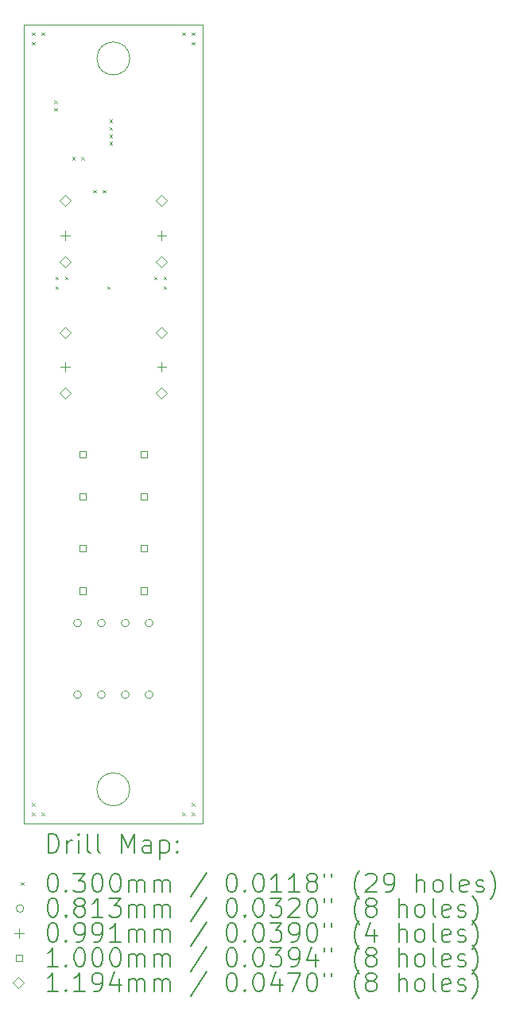
<source format=gbr>
%TF.GenerationSoftware,KiCad,Pcbnew,8.0.2*%
%TF.CreationDate,2024-05-27T22:07:11-04:00*%
%TF.ProjectId,tundraSaber,74756e64-7261-4536-9162-65722e6b6963,rev?*%
%TF.SameCoordinates,Original*%
%TF.FileFunction,Drillmap*%
%TF.FilePolarity,Positive*%
%FSLAX45Y45*%
G04 Gerber Fmt 4.5, Leading zero omitted, Abs format (unit mm)*
G04 Created by KiCad (PCBNEW 8.0.2) date 2024-05-27 22:07:11*
%MOMM*%
%LPD*%
G01*
G04 APERTURE LIST*
%ADD10C,0.050000*%
%ADD11C,0.200000*%
%ADD12C,0.100000*%
%ADD13C,0.119380*%
G04 APERTURE END LIST*
D10*
X175000Y8138700D02*
G75*
G02*
X-175000Y8138700I-175000J0D01*
G01*
X-175000Y8138700D02*
G75*
G02*
X175000Y8138700I175000J0D01*
G01*
X175000Y361300D02*
G75*
G02*
X-175000Y361300I-175000J0D01*
G01*
X-175000Y361300D02*
G75*
G02*
X175000Y361300I175000J0D01*
G01*
X-950000Y8500000D02*
X950000Y8500000D01*
X950000Y0D01*
X-950000Y0D01*
X-950000Y8500000D01*
D11*
D12*
X-865000Y8415000D02*
X-835000Y8385000D01*
X-835000Y8415000D02*
X-865000Y8385000D01*
X-865000Y8315000D02*
X-835000Y8285000D01*
X-835000Y8315000D02*
X-865000Y8285000D01*
X-865000Y215000D02*
X-835000Y185000D01*
X-835000Y215000D02*
X-865000Y185000D01*
X-865000Y115000D02*
X-835000Y85000D01*
X-835000Y115000D02*
X-865000Y85000D01*
X-765000Y8415000D02*
X-735000Y8385000D01*
X-735000Y8415000D02*
X-765000Y8385000D01*
X-765000Y115000D02*
X-735000Y85000D01*
X-735000Y115000D02*
X-765000Y85000D01*
X-630000Y7690000D02*
X-600000Y7660000D01*
X-600000Y7690000D02*
X-630000Y7660000D01*
X-630000Y7610000D02*
X-600000Y7580000D01*
X-600000Y7610000D02*
X-630000Y7580000D01*
X-615000Y5815000D02*
X-585000Y5785000D01*
X-585000Y5815000D02*
X-615000Y5785000D01*
X-615000Y5715000D02*
X-585000Y5685000D01*
X-585000Y5715000D02*
X-615000Y5685000D01*
X-515000Y5815000D02*
X-485000Y5785000D01*
X-485000Y5815000D02*
X-515000Y5785000D01*
X-440000Y7090000D02*
X-410000Y7060000D01*
X-410000Y7090000D02*
X-440000Y7060000D01*
X-340000Y7090000D02*
X-310000Y7060000D01*
X-310000Y7090000D02*
X-340000Y7060000D01*
X-215000Y6740000D02*
X-185000Y6710000D01*
X-185000Y6740000D02*
X-215000Y6710000D01*
X-112500Y6740000D02*
X-82500Y6710000D01*
X-82500Y6740000D02*
X-112500Y6710000D01*
X-65000Y5715000D02*
X-35000Y5685000D01*
X-35000Y5715000D02*
X-65000Y5685000D01*
X-40000Y7490000D02*
X-10000Y7460000D01*
X-10000Y7490000D02*
X-40000Y7460000D01*
X-40000Y7410000D02*
X-10000Y7380000D01*
X-10000Y7410000D02*
X-40000Y7380000D01*
X-40000Y7329999D02*
X-10000Y7299999D01*
X-10000Y7329999D02*
X-40000Y7299999D01*
X-40000Y7249999D02*
X-10000Y7219999D01*
X-10000Y7249999D02*
X-40000Y7219999D01*
X435000Y5815000D02*
X465000Y5785000D01*
X465000Y5815000D02*
X435000Y5785000D01*
X535000Y5815000D02*
X565000Y5785000D01*
X565000Y5815000D02*
X535000Y5785000D01*
X535000Y5715000D02*
X565000Y5685000D01*
X565000Y5715000D02*
X535000Y5685000D01*
X735000Y8415000D02*
X765000Y8385000D01*
X765000Y8415000D02*
X735000Y8385000D01*
X735000Y115000D02*
X765000Y85000D01*
X765000Y115000D02*
X735000Y85000D01*
X835000Y8415000D02*
X865000Y8385000D01*
X865000Y8415000D02*
X835000Y8385000D01*
X835000Y8315000D02*
X865000Y8285000D01*
X865000Y8315000D02*
X835000Y8285000D01*
X835000Y215000D02*
X865000Y185000D01*
X865000Y215000D02*
X835000Y185000D01*
X835000Y115000D02*
X865000Y85000D01*
X865000Y115000D02*
X835000Y85000D01*
X-340360Y2131000D02*
G75*
G02*
X-421640Y2131000I-40640J0D01*
G01*
X-421640Y2131000D02*
G75*
G02*
X-340360Y2131000I40640J0D01*
G01*
X-340360Y1369000D02*
G75*
G02*
X-421640Y1369000I-40640J0D01*
G01*
X-421640Y1369000D02*
G75*
G02*
X-340360Y1369000I40640J0D01*
G01*
X-86360Y2131000D02*
G75*
G02*
X-167640Y2131000I-40640J0D01*
G01*
X-167640Y2131000D02*
G75*
G02*
X-86360Y2131000I40640J0D01*
G01*
X-86360Y1369000D02*
G75*
G02*
X-167640Y1369000I-40640J0D01*
G01*
X-167640Y1369000D02*
G75*
G02*
X-86360Y1369000I40640J0D01*
G01*
X167640Y2131000D02*
G75*
G02*
X86360Y2131000I-40640J0D01*
G01*
X86360Y2131000D02*
G75*
G02*
X167640Y2131000I40640J0D01*
G01*
X167640Y1369000D02*
G75*
G02*
X86360Y1369000I-40640J0D01*
G01*
X86360Y1369000D02*
G75*
G02*
X167640Y1369000I40640J0D01*
G01*
X421640Y2131000D02*
G75*
G02*
X340360Y2131000I-40640J0D01*
G01*
X340360Y2131000D02*
G75*
G02*
X421640Y2131000I40640J0D01*
G01*
X421640Y1369000D02*
G75*
G02*
X340360Y1369000I-40640J0D01*
G01*
X340360Y1369000D02*
G75*
G02*
X421640Y1369000I40640J0D01*
G01*
X-515000Y6304530D02*
X-515000Y6205470D01*
X-564530Y6255000D02*
X-465470Y6255000D01*
X-515000Y4904530D02*
X-515000Y4805470D01*
X-564530Y4855000D02*
X-465470Y4855000D01*
X515000Y6304530D02*
X515000Y6205470D01*
X465470Y6255000D02*
X564530Y6255000D01*
X515000Y4904530D02*
X515000Y4805470D01*
X465470Y4855000D02*
X564530Y4855000D01*
X-289644Y3889644D02*
X-289644Y3960356D01*
X-360356Y3960356D01*
X-360356Y3889644D01*
X-289644Y3889644D01*
X-289644Y3439644D02*
X-289644Y3510356D01*
X-360356Y3510356D01*
X-360356Y3439644D01*
X-289644Y3439644D01*
X-289644Y2889644D02*
X-289644Y2960356D01*
X-360356Y2960356D01*
X-360356Y2889644D01*
X-289644Y2889644D01*
X-289644Y2439644D02*
X-289644Y2510356D01*
X-360356Y2510356D01*
X-360356Y2439644D01*
X-289644Y2439644D01*
X360356Y3889644D02*
X360356Y3960356D01*
X289644Y3960356D01*
X289644Y3889644D01*
X360356Y3889644D01*
X360356Y3439644D02*
X360356Y3510356D01*
X289644Y3510356D01*
X289644Y3439644D01*
X360356Y3439644D01*
X360356Y2889644D02*
X360356Y2960356D01*
X289644Y2960356D01*
X289644Y2889644D01*
X360356Y2889644D01*
X360356Y2439644D02*
X360356Y2510356D01*
X289644Y2510356D01*
X289644Y2439644D01*
X360356Y2439644D01*
D13*
X-515000Y6565310D02*
X-455310Y6625000D01*
X-515000Y6684690D01*
X-574690Y6625000D01*
X-515000Y6565310D01*
X-515000Y5915310D02*
X-455310Y5975000D01*
X-515000Y6034690D01*
X-574690Y5975000D01*
X-515000Y5915310D01*
X-515000Y5165310D02*
X-455310Y5225000D01*
X-515000Y5284690D01*
X-574690Y5225000D01*
X-515000Y5165310D01*
X-515000Y4515310D02*
X-455310Y4575000D01*
X-515000Y4634690D01*
X-574690Y4575000D01*
X-515000Y4515310D01*
X515000Y6565310D02*
X574690Y6625000D01*
X515000Y6684690D01*
X455310Y6625000D01*
X515000Y6565310D01*
X515000Y5915310D02*
X574690Y5975000D01*
X515000Y6034690D01*
X455310Y5975000D01*
X515000Y5915310D01*
X515000Y5165310D02*
X574690Y5225000D01*
X515000Y5284690D01*
X455310Y5225000D01*
X515000Y5165310D01*
X515000Y4515310D02*
X574690Y4575000D01*
X515000Y4634690D01*
X455310Y4575000D01*
X515000Y4515310D01*
D11*
X-691723Y-313984D02*
X-691723Y-113984D01*
X-691723Y-113984D02*
X-644104Y-113984D01*
X-644104Y-113984D02*
X-615533Y-123508D01*
X-615533Y-123508D02*
X-596485Y-142555D01*
X-596485Y-142555D02*
X-586961Y-161603D01*
X-586961Y-161603D02*
X-577437Y-199698D01*
X-577437Y-199698D02*
X-577437Y-228269D01*
X-577437Y-228269D02*
X-586961Y-266365D01*
X-586961Y-266365D02*
X-596485Y-285412D01*
X-596485Y-285412D02*
X-615533Y-304460D01*
X-615533Y-304460D02*
X-644104Y-313984D01*
X-644104Y-313984D02*
X-691723Y-313984D01*
X-491723Y-313984D02*
X-491723Y-180650D01*
X-491723Y-218746D02*
X-482199Y-199698D01*
X-482199Y-199698D02*
X-472675Y-190174D01*
X-472675Y-190174D02*
X-453628Y-180650D01*
X-453628Y-180650D02*
X-434580Y-180650D01*
X-367914Y-313984D02*
X-367914Y-180650D01*
X-367914Y-113984D02*
X-377437Y-123508D01*
X-377437Y-123508D02*
X-367914Y-133031D01*
X-367914Y-133031D02*
X-358390Y-123508D01*
X-358390Y-123508D02*
X-367914Y-113984D01*
X-367914Y-113984D02*
X-367914Y-133031D01*
X-244104Y-313984D02*
X-263152Y-304460D01*
X-263152Y-304460D02*
X-272676Y-285412D01*
X-272676Y-285412D02*
X-272676Y-113984D01*
X-139342Y-313984D02*
X-158390Y-304460D01*
X-158390Y-304460D02*
X-167914Y-285412D01*
X-167914Y-285412D02*
X-167914Y-113984D01*
X89229Y-313984D02*
X89229Y-113984D01*
X89229Y-113984D02*
X155896Y-256841D01*
X155896Y-256841D02*
X222562Y-113984D01*
X222562Y-113984D02*
X222562Y-313984D01*
X403515Y-313984D02*
X403515Y-209222D01*
X403515Y-209222D02*
X393991Y-190174D01*
X393991Y-190174D02*
X374943Y-180650D01*
X374943Y-180650D02*
X336848Y-180650D01*
X336848Y-180650D02*
X317801Y-190174D01*
X403515Y-304460D02*
X384467Y-313984D01*
X384467Y-313984D02*
X336848Y-313984D01*
X336848Y-313984D02*
X317801Y-304460D01*
X317801Y-304460D02*
X308277Y-285412D01*
X308277Y-285412D02*
X308277Y-266365D01*
X308277Y-266365D02*
X317801Y-247317D01*
X317801Y-247317D02*
X336848Y-237793D01*
X336848Y-237793D02*
X384467Y-237793D01*
X384467Y-237793D02*
X403515Y-228269D01*
X498753Y-180650D02*
X498753Y-380650D01*
X498753Y-190174D02*
X517801Y-180650D01*
X517801Y-180650D02*
X555896Y-180650D01*
X555896Y-180650D02*
X574944Y-190174D01*
X574944Y-190174D02*
X584467Y-199698D01*
X584467Y-199698D02*
X593991Y-218746D01*
X593991Y-218746D02*
X593991Y-275889D01*
X593991Y-275889D02*
X584467Y-294936D01*
X584467Y-294936D02*
X574944Y-304460D01*
X574944Y-304460D02*
X555896Y-313984D01*
X555896Y-313984D02*
X517801Y-313984D01*
X517801Y-313984D02*
X498753Y-304460D01*
X679705Y-294936D02*
X689229Y-304460D01*
X689229Y-304460D02*
X679705Y-313984D01*
X679705Y-313984D02*
X670182Y-304460D01*
X670182Y-304460D02*
X679705Y-294936D01*
X679705Y-294936D02*
X679705Y-313984D01*
X679705Y-190174D02*
X689229Y-199698D01*
X689229Y-199698D02*
X679705Y-209222D01*
X679705Y-209222D02*
X670182Y-199698D01*
X670182Y-199698D02*
X679705Y-190174D01*
X679705Y-190174D02*
X679705Y-209222D01*
D12*
X-982500Y-627500D02*
X-952500Y-657500D01*
X-952500Y-627500D02*
X-982500Y-657500D01*
D11*
X-653628Y-533984D02*
X-634580Y-533984D01*
X-634580Y-533984D02*
X-615533Y-543508D01*
X-615533Y-543508D02*
X-606009Y-553031D01*
X-606009Y-553031D02*
X-596485Y-572079D01*
X-596485Y-572079D02*
X-586961Y-610174D01*
X-586961Y-610174D02*
X-586961Y-657793D01*
X-586961Y-657793D02*
X-596485Y-695889D01*
X-596485Y-695889D02*
X-606009Y-714936D01*
X-606009Y-714936D02*
X-615533Y-724460D01*
X-615533Y-724460D02*
X-634580Y-733984D01*
X-634580Y-733984D02*
X-653628Y-733984D01*
X-653628Y-733984D02*
X-672676Y-724460D01*
X-672676Y-724460D02*
X-682199Y-714936D01*
X-682199Y-714936D02*
X-691723Y-695889D01*
X-691723Y-695889D02*
X-701247Y-657793D01*
X-701247Y-657793D02*
X-701247Y-610174D01*
X-701247Y-610174D02*
X-691723Y-572079D01*
X-691723Y-572079D02*
X-682199Y-553031D01*
X-682199Y-553031D02*
X-672676Y-543508D01*
X-672676Y-543508D02*
X-653628Y-533984D01*
X-501247Y-714936D02*
X-491723Y-724460D01*
X-491723Y-724460D02*
X-501247Y-733984D01*
X-501247Y-733984D02*
X-510771Y-724460D01*
X-510771Y-724460D02*
X-501247Y-714936D01*
X-501247Y-714936D02*
X-501247Y-733984D01*
X-425056Y-533984D02*
X-301247Y-533984D01*
X-301247Y-533984D02*
X-367914Y-610174D01*
X-367914Y-610174D02*
X-339342Y-610174D01*
X-339342Y-610174D02*
X-320295Y-619698D01*
X-320295Y-619698D02*
X-310771Y-629222D01*
X-310771Y-629222D02*
X-301247Y-648270D01*
X-301247Y-648270D02*
X-301247Y-695889D01*
X-301247Y-695889D02*
X-310771Y-714936D01*
X-310771Y-714936D02*
X-320295Y-724460D01*
X-320295Y-724460D02*
X-339342Y-733984D01*
X-339342Y-733984D02*
X-396485Y-733984D01*
X-396485Y-733984D02*
X-415533Y-724460D01*
X-415533Y-724460D02*
X-425056Y-714936D01*
X-177437Y-533984D02*
X-158390Y-533984D01*
X-158390Y-533984D02*
X-139342Y-543508D01*
X-139342Y-543508D02*
X-129818Y-553031D01*
X-129818Y-553031D02*
X-120294Y-572079D01*
X-120294Y-572079D02*
X-110771Y-610174D01*
X-110771Y-610174D02*
X-110771Y-657793D01*
X-110771Y-657793D02*
X-120294Y-695889D01*
X-120294Y-695889D02*
X-129818Y-714936D01*
X-129818Y-714936D02*
X-139342Y-724460D01*
X-139342Y-724460D02*
X-158390Y-733984D01*
X-158390Y-733984D02*
X-177437Y-733984D01*
X-177437Y-733984D02*
X-196485Y-724460D01*
X-196485Y-724460D02*
X-206009Y-714936D01*
X-206009Y-714936D02*
X-215533Y-695889D01*
X-215533Y-695889D02*
X-225056Y-657793D01*
X-225056Y-657793D02*
X-225056Y-610174D01*
X-225056Y-610174D02*
X-215533Y-572079D01*
X-215533Y-572079D02*
X-206009Y-553031D01*
X-206009Y-553031D02*
X-196485Y-543508D01*
X-196485Y-543508D02*
X-177437Y-533984D01*
X13039Y-533984D02*
X32086Y-533984D01*
X32086Y-533984D02*
X51134Y-543508D01*
X51134Y-543508D02*
X60658Y-553031D01*
X60658Y-553031D02*
X70182Y-572079D01*
X70182Y-572079D02*
X79705Y-610174D01*
X79705Y-610174D02*
X79705Y-657793D01*
X79705Y-657793D02*
X70182Y-695889D01*
X70182Y-695889D02*
X60658Y-714936D01*
X60658Y-714936D02*
X51134Y-724460D01*
X51134Y-724460D02*
X32086Y-733984D01*
X32086Y-733984D02*
X13039Y-733984D01*
X13039Y-733984D02*
X-6009Y-724460D01*
X-6009Y-724460D02*
X-15533Y-714936D01*
X-15533Y-714936D02*
X-25056Y-695889D01*
X-25056Y-695889D02*
X-34580Y-657793D01*
X-34580Y-657793D02*
X-34580Y-610174D01*
X-34580Y-610174D02*
X-25056Y-572079D01*
X-25056Y-572079D02*
X-15533Y-553031D01*
X-15533Y-553031D02*
X-6009Y-543508D01*
X-6009Y-543508D02*
X13039Y-533984D01*
X165420Y-733984D02*
X165420Y-600650D01*
X165420Y-619698D02*
X174943Y-610174D01*
X174943Y-610174D02*
X193991Y-600650D01*
X193991Y-600650D02*
X222563Y-600650D01*
X222563Y-600650D02*
X241610Y-610174D01*
X241610Y-610174D02*
X251134Y-629222D01*
X251134Y-629222D02*
X251134Y-733984D01*
X251134Y-629222D02*
X260658Y-610174D01*
X260658Y-610174D02*
X279705Y-600650D01*
X279705Y-600650D02*
X308277Y-600650D01*
X308277Y-600650D02*
X327325Y-610174D01*
X327325Y-610174D02*
X336848Y-629222D01*
X336848Y-629222D02*
X336848Y-733984D01*
X432086Y-733984D02*
X432086Y-600650D01*
X432086Y-619698D02*
X441610Y-610174D01*
X441610Y-610174D02*
X460658Y-600650D01*
X460658Y-600650D02*
X489229Y-600650D01*
X489229Y-600650D02*
X508277Y-610174D01*
X508277Y-610174D02*
X517801Y-629222D01*
X517801Y-629222D02*
X517801Y-733984D01*
X517801Y-629222D02*
X527325Y-610174D01*
X527325Y-610174D02*
X546372Y-600650D01*
X546372Y-600650D02*
X574944Y-600650D01*
X574944Y-600650D02*
X593991Y-610174D01*
X593991Y-610174D02*
X603515Y-629222D01*
X603515Y-629222D02*
X603515Y-733984D01*
X993991Y-524460D02*
X822563Y-781603D01*
X1251134Y-533984D02*
X1270182Y-533984D01*
X1270182Y-533984D02*
X1289229Y-543508D01*
X1289229Y-543508D02*
X1298753Y-553031D01*
X1298753Y-553031D02*
X1308277Y-572079D01*
X1308277Y-572079D02*
X1317801Y-610174D01*
X1317801Y-610174D02*
X1317801Y-657793D01*
X1317801Y-657793D02*
X1308277Y-695889D01*
X1308277Y-695889D02*
X1298753Y-714936D01*
X1298753Y-714936D02*
X1289229Y-724460D01*
X1289229Y-724460D02*
X1270182Y-733984D01*
X1270182Y-733984D02*
X1251134Y-733984D01*
X1251134Y-733984D02*
X1232087Y-724460D01*
X1232087Y-724460D02*
X1222563Y-714936D01*
X1222563Y-714936D02*
X1213039Y-695889D01*
X1213039Y-695889D02*
X1203515Y-657793D01*
X1203515Y-657793D02*
X1203515Y-610174D01*
X1203515Y-610174D02*
X1213039Y-572079D01*
X1213039Y-572079D02*
X1222563Y-553031D01*
X1222563Y-553031D02*
X1232087Y-543508D01*
X1232087Y-543508D02*
X1251134Y-533984D01*
X1403515Y-714936D02*
X1413039Y-724460D01*
X1413039Y-724460D02*
X1403515Y-733984D01*
X1403515Y-733984D02*
X1393991Y-724460D01*
X1393991Y-724460D02*
X1403515Y-714936D01*
X1403515Y-714936D02*
X1403515Y-733984D01*
X1536848Y-533984D02*
X1555896Y-533984D01*
X1555896Y-533984D02*
X1574944Y-543508D01*
X1574944Y-543508D02*
X1584467Y-553031D01*
X1584467Y-553031D02*
X1593991Y-572079D01*
X1593991Y-572079D02*
X1603515Y-610174D01*
X1603515Y-610174D02*
X1603515Y-657793D01*
X1603515Y-657793D02*
X1593991Y-695889D01*
X1593991Y-695889D02*
X1584467Y-714936D01*
X1584467Y-714936D02*
X1574944Y-724460D01*
X1574944Y-724460D02*
X1555896Y-733984D01*
X1555896Y-733984D02*
X1536848Y-733984D01*
X1536848Y-733984D02*
X1517801Y-724460D01*
X1517801Y-724460D02*
X1508277Y-714936D01*
X1508277Y-714936D02*
X1498753Y-695889D01*
X1498753Y-695889D02*
X1489229Y-657793D01*
X1489229Y-657793D02*
X1489229Y-610174D01*
X1489229Y-610174D02*
X1498753Y-572079D01*
X1498753Y-572079D02*
X1508277Y-553031D01*
X1508277Y-553031D02*
X1517801Y-543508D01*
X1517801Y-543508D02*
X1536848Y-533984D01*
X1793991Y-733984D02*
X1679706Y-733984D01*
X1736848Y-733984D02*
X1736848Y-533984D01*
X1736848Y-533984D02*
X1717801Y-562555D01*
X1717801Y-562555D02*
X1698753Y-581603D01*
X1698753Y-581603D02*
X1679706Y-591127D01*
X1984467Y-733984D02*
X1870182Y-733984D01*
X1927325Y-733984D02*
X1927325Y-533984D01*
X1927325Y-533984D02*
X1908277Y-562555D01*
X1908277Y-562555D02*
X1889229Y-581603D01*
X1889229Y-581603D02*
X1870182Y-591127D01*
X2098753Y-619698D02*
X2079706Y-610174D01*
X2079706Y-610174D02*
X2070182Y-600650D01*
X2070182Y-600650D02*
X2060658Y-581603D01*
X2060658Y-581603D02*
X2060658Y-572079D01*
X2060658Y-572079D02*
X2070182Y-553031D01*
X2070182Y-553031D02*
X2079706Y-543508D01*
X2079706Y-543508D02*
X2098753Y-533984D01*
X2098753Y-533984D02*
X2136849Y-533984D01*
X2136849Y-533984D02*
X2155896Y-543508D01*
X2155896Y-543508D02*
X2165420Y-553031D01*
X2165420Y-553031D02*
X2174944Y-572079D01*
X2174944Y-572079D02*
X2174944Y-581603D01*
X2174944Y-581603D02*
X2165420Y-600650D01*
X2165420Y-600650D02*
X2155896Y-610174D01*
X2155896Y-610174D02*
X2136849Y-619698D01*
X2136849Y-619698D02*
X2098753Y-619698D01*
X2098753Y-619698D02*
X2079706Y-629222D01*
X2079706Y-629222D02*
X2070182Y-638746D01*
X2070182Y-638746D02*
X2060658Y-657793D01*
X2060658Y-657793D02*
X2060658Y-695889D01*
X2060658Y-695889D02*
X2070182Y-714936D01*
X2070182Y-714936D02*
X2079706Y-724460D01*
X2079706Y-724460D02*
X2098753Y-733984D01*
X2098753Y-733984D02*
X2136849Y-733984D01*
X2136849Y-733984D02*
X2155896Y-724460D01*
X2155896Y-724460D02*
X2165420Y-714936D01*
X2165420Y-714936D02*
X2174944Y-695889D01*
X2174944Y-695889D02*
X2174944Y-657793D01*
X2174944Y-657793D02*
X2165420Y-638746D01*
X2165420Y-638746D02*
X2155896Y-629222D01*
X2155896Y-629222D02*
X2136849Y-619698D01*
X2251134Y-533984D02*
X2251134Y-572079D01*
X2327325Y-533984D02*
X2327325Y-572079D01*
X2622563Y-810174D02*
X2613039Y-800650D01*
X2613039Y-800650D02*
X2593991Y-772079D01*
X2593991Y-772079D02*
X2584468Y-753031D01*
X2584468Y-753031D02*
X2574944Y-724460D01*
X2574944Y-724460D02*
X2565420Y-676841D01*
X2565420Y-676841D02*
X2565420Y-638746D01*
X2565420Y-638746D02*
X2574944Y-591127D01*
X2574944Y-591127D02*
X2584468Y-562555D01*
X2584468Y-562555D02*
X2593991Y-543508D01*
X2593991Y-543508D02*
X2613039Y-514936D01*
X2613039Y-514936D02*
X2622563Y-505412D01*
X2689230Y-553031D02*
X2698753Y-543508D01*
X2698753Y-543508D02*
X2717801Y-533984D01*
X2717801Y-533984D02*
X2765420Y-533984D01*
X2765420Y-533984D02*
X2784468Y-543508D01*
X2784468Y-543508D02*
X2793991Y-553031D01*
X2793991Y-553031D02*
X2803515Y-572079D01*
X2803515Y-572079D02*
X2803515Y-591127D01*
X2803515Y-591127D02*
X2793991Y-619698D01*
X2793991Y-619698D02*
X2679706Y-733984D01*
X2679706Y-733984D02*
X2803515Y-733984D01*
X2898753Y-733984D02*
X2936848Y-733984D01*
X2936848Y-733984D02*
X2955896Y-724460D01*
X2955896Y-724460D02*
X2965420Y-714936D01*
X2965420Y-714936D02*
X2984468Y-686365D01*
X2984468Y-686365D02*
X2993991Y-648270D01*
X2993991Y-648270D02*
X2993991Y-572079D01*
X2993991Y-572079D02*
X2984468Y-553031D01*
X2984468Y-553031D02*
X2974944Y-543508D01*
X2974944Y-543508D02*
X2955896Y-533984D01*
X2955896Y-533984D02*
X2917801Y-533984D01*
X2917801Y-533984D02*
X2898753Y-543508D01*
X2898753Y-543508D02*
X2889229Y-553031D01*
X2889229Y-553031D02*
X2879706Y-572079D01*
X2879706Y-572079D02*
X2879706Y-619698D01*
X2879706Y-619698D02*
X2889229Y-638746D01*
X2889229Y-638746D02*
X2898753Y-648270D01*
X2898753Y-648270D02*
X2917801Y-657793D01*
X2917801Y-657793D02*
X2955896Y-657793D01*
X2955896Y-657793D02*
X2974944Y-648270D01*
X2974944Y-648270D02*
X2984468Y-638746D01*
X2984468Y-638746D02*
X2993991Y-619698D01*
X3232087Y-733984D02*
X3232087Y-533984D01*
X3317801Y-733984D02*
X3317801Y-629222D01*
X3317801Y-629222D02*
X3308277Y-610174D01*
X3308277Y-610174D02*
X3289230Y-600650D01*
X3289230Y-600650D02*
X3260658Y-600650D01*
X3260658Y-600650D02*
X3241610Y-610174D01*
X3241610Y-610174D02*
X3232087Y-619698D01*
X3441610Y-733984D02*
X3422563Y-724460D01*
X3422563Y-724460D02*
X3413039Y-714936D01*
X3413039Y-714936D02*
X3403515Y-695889D01*
X3403515Y-695889D02*
X3403515Y-638746D01*
X3403515Y-638746D02*
X3413039Y-619698D01*
X3413039Y-619698D02*
X3422563Y-610174D01*
X3422563Y-610174D02*
X3441610Y-600650D01*
X3441610Y-600650D02*
X3470182Y-600650D01*
X3470182Y-600650D02*
X3489230Y-610174D01*
X3489230Y-610174D02*
X3498753Y-619698D01*
X3498753Y-619698D02*
X3508277Y-638746D01*
X3508277Y-638746D02*
X3508277Y-695889D01*
X3508277Y-695889D02*
X3498753Y-714936D01*
X3498753Y-714936D02*
X3489230Y-724460D01*
X3489230Y-724460D02*
X3470182Y-733984D01*
X3470182Y-733984D02*
X3441610Y-733984D01*
X3622563Y-733984D02*
X3603515Y-724460D01*
X3603515Y-724460D02*
X3593991Y-705412D01*
X3593991Y-705412D02*
X3593991Y-533984D01*
X3774944Y-724460D02*
X3755896Y-733984D01*
X3755896Y-733984D02*
X3717801Y-733984D01*
X3717801Y-733984D02*
X3698753Y-724460D01*
X3698753Y-724460D02*
X3689230Y-705412D01*
X3689230Y-705412D02*
X3689230Y-629222D01*
X3689230Y-629222D02*
X3698753Y-610174D01*
X3698753Y-610174D02*
X3717801Y-600650D01*
X3717801Y-600650D02*
X3755896Y-600650D01*
X3755896Y-600650D02*
X3774944Y-610174D01*
X3774944Y-610174D02*
X3784468Y-629222D01*
X3784468Y-629222D02*
X3784468Y-648270D01*
X3784468Y-648270D02*
X3689230Y-667317D01*
X3860658Y-724460D02*
X3879706Y-733984D01*
X3879706Y-733984D02*
X3917801Y-733984D01*
X3917801Y-733984D02*
X3936849Y-724460D01*
X3936849Y-724460D02*
X3946372Y-705412D01*
X3946372Y-705412D02*
X3946372Y-695889D01*
X3946372Y-695889D02*
X3936849Y-676841D01*
X3936849Y-676841D02*
X3917801Y-667317D01*
X3917801Y-667317D02*
X3889230Y-667317D01*
X3889230Y-667317D02*
X3870182Y-657793D01*
X3870182Y-657793D02*
X3860658Y-638746D01*
X3860658Y-638746D02*
X3860658Y-629222D01*
X3860658Y-629222D02*
X3870182Y-610174D01*
X3870182Y-610174D02*
X3889230Y-600650D01*
X3889230Y-600650D02*
X3917801Y-600650D01*
X3917801Y-600650D02*
X3936849Y-610174D01*
X4013039Y-810174D02*
X4022563Y-800650D01*
X4022563Y-800650D02*
X4041611Y-772079D01*
X4041611Y-772079D02*
X4051134Y-753031D01*
X4051134Y-753031D02*
X4060658Y-724460D01*
X4060658Y-724460D02*
X4070182Y-676841D01*
X4070182Y-676841D02*
X4070182Y-638746D01*
X4070182Y-638746D02*
X4060658Y-591127D01*
X4060658Y-591127D02*
X4051134Y-562555D01*
X4051134Y-562555D02*
X4041611Y-543508D01*
X4041611Y-543508D02*
X4022563Y-514936D01*
X4022563Y-514936D02*
X4013039Y-505412D01*
D12*
X-952500Y-906500D02*
G75*
G02*
X-1033780Y-906500I-40640J0D01*
G01*
X-1033780Y-906500D02*
G75*
G02*
X-952500Y-906500I40640J0D01*
G01*
D11*
X-653628Y-797984D02*
X-634580Y-797984D01*
X-634580Y-797984D02*
X-615533Y-807508D01*
X-615533Y-807508D02*
X-606009Y-817031D01*
X-606009Y-817031D02*
X-596485Y-836079D01*
X-596485Y-836079D02*
X-586961Y-874174D01*
X-586961Y-874174D02*
X-586961Y-921793D01*
X-586961Y-921793D02*
X-596485Y-959888D01*
X-596485Y-959888D02*
X-606009Y-978936D01*
X-606009Y-978936D02*
X-615533Y-988460D01*
X-615533Y-988460D02*
X-634580Y-997984D01*
X-634580Y-997984D02*
X-653628Y-997984D01*
X-653628Y-997984D02*
X-672676Y-988460D01*
X-672676Y-988460D02*
X-682199Y-978936D01*
X-682199Y-978936D02*
X-691723Y-959888D01*
X-691723Y-959888D02*
X-701247Y-921793D01*
X-701247Y-921793D02*
X-701247Y-874174D01*
X-701247Y-874174D02*
X-691723Y-836079D01*
X-691723Y-836079D02*
X-682199Y-817031D01*
X-682199Y-817031D02*
X-672676Y-807508D01*
X-672676Y-807508D02*
X-653628Y-797984D01*
X-501247Y-978936D02*
X-491723Y-988460D01*
X-491723Y-988460D02*
X-501247Y-997984D01*
X-501247Y-997984D02*
X-510771Y-988460D01*
X-510771Y-988460D02*
X-501247Y-978936D01*
X-501247Y-978936D02*
X-501247Y-997984D01*
X-377437Y-883698D02*
X-396485Y-874174D01*
X-396485Y-874174D02*
X-406009Y-864650D01*
X-406009Y-864650D02*
X-415533Y-845603D01*
X-415533Y-845603D02*
X-415533Y-836079D01*
X-415533Y-836079D02*
X-406009Y-817031D01*
X-406009Y-817031D02*
X-396485Y-807508D01*
X-396485Y-807508D02*
X-377437Y-797984D01*
X-377437Y-797984D02*
X-339342Y-797984D01*
X-339342Y-797984D02*
X-320295Y-807508D01*
X-320295Y-807508D02*
X-310771Y-817031D01*
X-310771Y-817031D02*
X-301247Y-836079D01*
X-301247Y-836079D02*
X-301247Y-845603D01*
X-301247Y-845603D02*
X-310771Y-864650D01*
X-310771Y-864650D02*
X-320295Y-874174D01*
X-320295Y-874174D02*
X-339342Y-883698D01*
X-339342Y-883698D02*
X-377437Y-883698D01*
X-377437Y-883698D02*
X-396485Y-893222D01*
X-396485Y-893222D02*
X-406009Y-902746D01*
X-406009Y-902746D02*
X-415533Y-921793D01*
X-415533Y-921793D02*
X-415533Y-959888D01*
X-415533Y-959888D02*
X-406009Y-978936D01*
X-406009Y-978936D02*
X-396485Y-988460D01*
X-396485Y-988460D02*
X-377437Y-997984D01*
X-377437Y-997984D02*
X-339342Y-997984D01*
X-339342Y-997984D02*
X-320295Y-988460D01*
X-320295Y-988460D02*
X-310771Y-978936D01*
X-310771Y-978936D02*
X-301247Y-959888D01*
X-301247Y-959888D02*
X-301247Y-921793D01*
X-301247Y-921793D02*
X-310771Y-902746D01*
X-310771Y-902746D02*
X-320295Y-893222D01*
X-320295Y-893222D02*
X-339342Y-883698D01*
X-110771Y-997984D02*
X-225056Y-997984D01*
X-167914Y-997984D02*
X-167914Y-797984D01*
X-167914Y-797984D02*
X-186961Y-826555D01*
X-186961Y-826555D02*
X-206009Y-845603D01*
X-206009Y-845603D02*
X-225056Y-855127D01*
X-44104Y-797984D02*
X79705Y-797984D01*
X79705Y-797984D02*
X13039Y-874174D01*
X13039Y-874174D02*
X41610Y-874174D01*
X41610Y-874174D02*
X60658Y-883698D01*
X60658Y-883698D02*
X70182Y-893222D01*
X70182Y-893222D02*
X79705Y-912269D01*
X79705Y-912269D02*
X79705Y-959888D01*
X79705Y-959888D02*
X70182Y-978936D01*
X70182Y-978936D02*
X60658Y-988460D01*
X60658Y-988460D02*
X41610Y-997984D01*
X41610Y-997984D02*
X-15533Y-997984D01*
X-15533Y-997984D02*
X-34580Y-988460D01*
X-34580Y-988460D02*
X-44104Y-978936D01*
X165420Y-997984D02*
X165420Y-864650D01*
X165420Y-883698D02*
X174943Y-874174D01*
X174943Y-874174D02*
X193991Y-864650D01*
X193991Y-864650D02*
X222563Y-864650D01*
X222563Y-864650D02*
X241610Y-874174D01*
X241610Y-874174D02*
X251134Y-893222D01*
X251134Y-893222D02*
X251134Y-997984D01*
X251134Y-893222D02*
X260658Y-874174D01*
X260658Y-874174D02*
X279705Y-864650D01*
X279705Y-864650D02*
X308277Y-864650D01*
X308277Y-864650D02*
X327325Y-874174D01*
X327325Y-874174D02*
X336848Y-893222D01*
X336848Y-893222D02*
X336848Y-997984D01*
X432086Y-997984D02*
X432086Y-864650D01*
X432086Y-883698D02*
X441610Y-874174D01*
X441610Y-874174D02*
X460658Y-864650D01*
X460658Y-864650D02*
X489229Y-864650D01*
X489229Y-864650D02*
X508277Y-874174D01*
X508277Y-874174D02*
X517801Y-893222D01*
X517801Y-893222D02*
X517801Y-997984D01*
X517801Y-893222D02*
X527325Y-874174D01*
X527325Y-874174D02*
X546372Y-864650D01*
X546372Y-864650D02*
X574944Y-864650D01*
X574944Y-864650D02*
X593991Y-874174D01*
X593991Y-874174D02*
X603515Y-893222D01*
X603515Y-893222D02*
X603515Y-997984D01*
X993991Y-788460D02*
X822563Y-1045603D01*
X1251134Y-797984D02*
X1270182Y-797984D01*
X1270182Y-797984D02*
X1289229Y-807508D01*
X1289229Y-807508D02*
X1298753Y-817031D01*
X1298753Y-817031D02*
X1308277Y-836079D01*
X1308277Y-836079D02*
X1317801Y-874174D01*
X1317801Y-874174D02*
X1317801Y-921793D01*
X1317801Y-921793D02*
X1308277Y-959888D01*
X1308277Y-959888D02*
X1298753Y-978936D01*
X1298753Y-978936D02*
X1289229Y-988460D01*
X1289229Y-988460D02*
X1270182Y-997984D01*
X1270182Y-997984D02*
X1251134Y-997984D01*
X1251134Y-997984D02*
X1232087Y-988460D01*
X1232087Y-988460D02*
X1222563Y-978936D01*
X1222563Y-978936D02*
X1213039Y-959888D01*
X1213039Y-959888D02*
X1203515Y-921793D01*
X1203515Y-921793D02*
X1203515Y-874174D01*
X1203515Y-874174D02*
X1213039Y-836079D01*
X1213039Y-836079D02*
X1222563Y-817031D01*
X1222563Y-817031D02*
X1232087Y-807508D01*
X1232087Y-807508D02*
X1251134Y-797984D01*
X1403515Y-978936D02*
X1413039Y-988460D01*
X1413039Y-988460D02*
X1403515Y-997984D01*
X1403515Y-997984D02*
X1393991Y-988460D01*
X1393991Y-988460D02*
X1403515Y-978936D01*
X1403515Y-978936D02*
X1403515Y-997984D01*
X1536848Y-797984D02*
X1555896Y-797984D01*
X1555896Y-797984D02*
X1574944Y-807508D01*
X1574944Y-807508D02*
X1584467Y-817031D01*
X1584467Y-817031D02*
X1593991Y-836079D01*
X1593991Y-836079D02*
X1603515Y-874174D01*
X1603515Y-874174D02*
X1603515Y-921793D01*
X1603515Y-921793D02*
X1593991Y-959888D01*
X1593991Y-959888D02*
X1584467Y-978936D01*
X1584467Y-978936D02*
X1574944Y-988460D01*
X1574944Y-988460D02*
X1555896Y-997984D01*
X1555896Y-997984D02*
X1536848Y-997984D01*
X1536848Y-997984D02*
X1517801Y-988460D01*
X1517801Y-988460D02*
X1508277Y-978936D01*
X1508277Y-978936D02*
X1498753Y-959888D01*
X1498753Y-959888D02*
X1489229Y-921793D01*
X1489229Y-921793D02*
X1489229Y-874174D01*
X1489229Y-874174D02*
X1498753Y-836079D01*
X1498753Y-836079D02*
X1508277Y-817031D01*
X1508277Y-817031D02*
X1517801Y-807508D01*
X1517801Y-807508D02*
X1536848Y-797984D01*
X1670182Y-797984D02*
X1793991Y-797984D01*
X1793991Y-797984D02*
X1727325Y-874174D01*
X1727325Y-874174D02*
X1755896Y-874174D01*
X1755896Y-874174D02*
X1774944Y-883698D01*
X1774944Y-883698D02*
X1784467Y-893222D01*
X1784467Y-893222D02*
X1793991Y-912269D01*
X1793991Y-912269D02*
X1793991Y-959888D01*
X1793991Y-959888D02*
X1784467Y-978936D01*
X1784467Y-978936D02*
X1774944Y-988460D01*
X1774944Y-988460D02*
X1755896Y-997984D01*
X1755896Y-997984D02*
X1698753Y-997984D01*
X1698753Y-997984D02*
X1679706Y-988460D01*
X1679706Y-988460D02*
X1670182Y-978936D01*
X1870182Y-817031D02*
X1879706Y-807508D01*
X1879706Y-807508D02*
X1898753Y-797984D01*
X1898753Y-797984D02*
X1946372Y-797984D01*
X1946372Y-797984D02*
X1965420Y-807508D01*
X1965420Y-807508D02*
X1974944Y-817031D01*
X1974944Y-817031D02*
X1984467Y-836079D01*
X1984467Y-836079D02*
X1984467Y-855127D01*
X1984467Y-855127D02*
X1974944Y-883698D01*
X1974944Y-883698D02*
X1860658Y-997984D01*
X1860658Y-997984D02*
X1984467Y-997984D01*
X2108277Y-797984D02*
X2127325Y-797984D01*
X2127325Y-797984D02*
X2146372Y-807508D01*
X2146372Y-807508D02*
X2155896Y-817031D01*
X2155896Y-817031D02*
X2165420Y-836079D01*
X2165420Y-836079D02*
X2174944Y-874174D01*
X2174944Y-874174D02*
X2174944Y-921793D01*
X2174944Y-921793D02*
X2165420Y-959888D01*
X2165420Y-959888D02*
X2155896Y-978936D01*
X2155896Y-978936D02*
X2146372Y-988460D01*
X2146372Y-988460D02*
X2127325Y-997984D01*
X2127325Y-997984D02*
X2108277Y-997984D01*
X2108277Y-997984D02*
X2089229Y-988460D01*
X2089229Y-988460D02*
X2079706Y-978936D01*
X2079706Y-978936D02*
X2070182Y-959888D01*
X2070182Y-959888D02*
X2060658Y-921793D01*
X2060658Y-921793D02*
X2060658Y-874174D01*
X2060658Y-874174D02*
X2070182Y-836079D01*
X2070182Y-836079D02*
X2079706Y-817031D01*
X2079706Y-817031D02*
X2089229Y-807508D01*
X2089229Y-807508D02*
X2108277Y-797984D01*
X2251134Y-797984D02*
X2251134Y-836079D01*
X2327325Y-797984D02*
X2327325Y-836079D01*
X2622563Y-1074174D02*
X2613039Y-1064650D01*
X2613039Y-1064650D02*
X2593991Y-1036079D01*
X2593991Y-1036079D02*
X2584468Y-1017031D01*
X2584468Y-1017031D02*
X2574944Y-988460D01*
X2574944Y-988460D02*
X2565420Y-940841D01*
X2565420Y-940841D02*
X2565420Y-902746D01*
X2565420Y-902746D02*
X2574944Y-855127D01*
X2574944Y-855127D02*
X2584468Y-826555D01*
X2584468Y-826555D02*
X2593991Y-807508D01*
X2593991Y-807508D02*
X2613039Y-778936D01*
X2613039Y-778936D02*
X2622563Y-769412D01*
X2727325Y-883698D02*
X2708277Y-874174D01*
X2708277Y-874174D02*
X2698753Y-864650D01*
X2698753Y-864650D02*
X2689230Y-845603D01*
X2689230Y-845603D02*
X2689230Y-836079D01*
X2689230Y-836079D02*
X2698753Y-817031D01*
X2698753Y-817031D02*
X2708277Y-807508D01*
X2708277Y-807508D02*
X2727325Y-797984D01*
X2727325Y-797984D02*
X2765420Y-797984D01*
X2765420Y-797984D02*
X2784468Y-807508D01*
X2784468Y-807508D02*
X2793991Y-817031D01*
X2793991Y-817031D02*
X2803515Y-836079D01*
X2803515Y-836079D02*
X2803515Y-845603D01*
X2803515Y-845603D02*
X2793991Y-864650D01*
X2793991Y-864650D02*
X2784468Y-874174D01*
X2784468Y-874174D02*
X2765420Y-883698D01*
X2765420Y-883698D02*
X2727325Y-883698D01*
X2727325Y-883698D02*
X2708277Y-893222D01*
X2708277Y-893222D02*
X2698753Y-902746D01*
X2698753Y-902746D02*
X2689230Y-921793D01*
X2689230Y-921793D02*
X2689230Y-959888D01*
X2689230Y-959888D02*
X2698753Y-978936D01*
X2698753Y-978936D02*
X2708277Y-988460D01*
X2708277Y-988460D02*
X2727325Y-997984D01*
X2727325Y-997984D02*
X2765420Y-997984D01*
X2765420Y-997984D02*
X2784468Y-988460D01*
X2784468Y-988460D02*
X2793991Y-978936D01*
X2793991Y-978936D02*
X2803515Y-959888D01*
X2803515Y-959888D02*
X2803515Y-921793D01*
X2803515Y-921793D02*
X2793991Y-902746D01*
X2793991Y-902746D02*
X2784468Y-893222D01*
X2784468Y-893222D02*
X2765420Y-883698D01*
X3041610Y-997984D02*
X3041610Y-797984D01*
X3127325Y-997984D02*
X3127325Y-893222D01*
X3127325Y-893222D02*
X3117801Y-874174D01*
X3117801Y-874174D02*
X3098753Y-864650D01*
X3098753Y-864650D02*
X3070182Y-864650D01*
X3070182Y-864650D02*
X3051134Y-874174D01*
X3051134Y-874174D02*
X3041610Y-883698D01*
X3251134Y-997984D02*
X3232087Y-988460D01*
X3232087Y-988460D02*
X3222563Y-978936D01*
X3222563Y-978936D02*
X3213039Y-959888D01*
X3213039Y-959888D02*
X3213039Y-902746D01*
X3213039Y-902746D02*
X3222563Y-883698D01*
X3222563Y-883698D02*
X3232087Y-874174D01*
X3232087Y-874174D02*
X3251134Y-864650D01*
X3251134Y-864650D02*
X3279706Y-864650D01*
X3279706Y-864650D02*
X3298753Y-874174D01*
X3298753Y-874174D02*
X3308277Y-883698D01*
X3308277Y-883698D02*
X3317801Y-902746D01*
X3317801Y-902746D02*
X3317801Y-959888D01*
X3317801Y-959888D02*
X3308277Y-978936D01*
X3308277Y-978936D02*
X3298753Y-988460D01*
X3298753Y-988460D02*
X3279706Y-997984D01*
X3279706Y-997984D02*
X3251134Y-997984D01*
X3432087Y-997984D02*
X3413039Y-988460D01*
X3413039Y-988460D02*
X3403515Y-969412D01*
X3403515Y-969412D02*
X3403515Y-797984D01*
X3584468Y-988460D02*
X3565420Y-997984D01*
X3565420Y-997984D02*
X3527325Y-997984D01*
X3527325Y-997984D02*
X3508277Y-988460D01*
X3508277Y-988460D02*
X3498753Y-969412D01*
X3498753Y-969412D02*
X3498753Y-893222D01*
X3498753Y-893222D02*
X3508277Y-874174D01*
X3508277Y-874174D02*
X3527325Y-864650D01*
X3527325Y-864650D02*
X3565420Y-864650D01*
X3565420Y-864650D02*
X3584468Y-874174D01*
X3584468Y-874174D02*
X3593991Y-893222D01*
X3593991Y-893222D02*
X3593991Y-912269D01*
X3593991Y-912269D02*
X3498753Y-931317D01*
X3670182Y-988460D02*
X3689230Y-997984D01*
X3689230Y-997984D02*
X3727325Y-997984D01*
X3727325Y-997984D02*
X3746372Y-988460D01*
X3746372Y-988460D02*
X3755896Y-969412D01*
X3755896Y-969412D02*
X3755896Y-959888D01*
X3755896Y-959888D02*
X3746372Y-940841D01*
X3746372Y-940841D02*
X3727325Y-931317D01*
X3727325Y-931317D02*
X3698753Y-931317D01*
X3698753Y-931317D02*
X3679706Y-921793D01*
X3679706Y-921793D02*
X3670182Y-902746D01*
X3670182Y-902746D02*
X3670182Y-893222D01*
X3670182Y-893222D02*
X3679706Y-874174D01*
X3679706Y-874174D02*
X3698753Y-864650D01*
X3698753Y-864650D02*
X3727325Y-864650D01*
X3727325Y-864650D02*
X3746372Y-874174D01*
X3822563Y-1074174D02*
X3832087Y-1064650D01*
X3832087Y-1064650D02*
X3851134Y-1036079D01*
X3851134Y-1036079D02*
X3860658Y-1017031D01*
X3860658Y-1017031D02*
X3870182Y-988460D01*
X3870182Y-988460D02*
X3879706Y-940841D01*
X3879706Y-940841D02*
X3879706Y-902746D01*
X3879706Y-902746D02*
X3870182Y-855127D01*
X3870182Y-855127D02*
X3860658Y-826555D01*
X3860658Y-826555D02*
X3851134Y-807508D01*
X3851134Y-807508D02*
X3832087Y-778936D01*
X3832087Y-778936D02*
X3822563Y-769412D01*
D12*
X-1002030Y-1120970D02*
X-1002030Y-1220030D01*
X-1051560Y-1170500D02*
X-952500Y-1170500D01*
D11*
X-653628Y-1061984D02*
X-634580Y-1061984D01*
X-634580Y-1061984D02*
X-615533Y-1071508D01*
X-615533Y-1071508D02*
X-606009Y-1081031D01*
X-606009Y-1081031D02*
X-596485Y-1100079D01*
X-596485Y-1100079D02*
X-586961Y-1138174D01*
X-586961Y-1138174D02*
X-586961Y-1185793D01*
X-586961Y-1185793D02*
X-596485Y-1223889D01*
X-596485Y-1223889D02*
X-606009Y-1242936D01*
X-606009Y-1242936D02*
X-615533Y-1252460D01*
X-615533Y-1252460D02*
X-634580Y-1261984D01*
X-634580Y-1261984D02*
X-653628Y-1261984D01*
X-653628Y-1261984D02*
X-672676Y-1252460D01*
X-672676Y-1252460D02*
X-682199Y-1242936D01*
X-682199Y-1242936D02*
X-691723Y-1223889D01*
X-691723Y-1223889D02*
X-701247Y-1185793D01*
X-701247Y-1185793D02*
X-701247Y-1138174D01*
X-701247Y-1138174D02*
X-691723Y-1100079D01*
X-691723Y-1100079D02*
X-682199Y-1081031D01*
X-682199Y-1081031D02*
X-672676Y-1071508D01*
X-672676Y-1071508D02*
X-653628Y-1061984D01*
X-501247Y-1242936D02*
X-491723Y-1252460D01*
X-491723Y-1252460D02*
X-501247Y-1261984D01*
X-501247Y-1261984D02*
X-510771Y-1252460D01*
X-510771Y-1252460D02*
X-501247Y-1242936D01*
X-501247Y-1242936D02*
X-501247Y-1261984D01*
X-396485Y-1261984D02*
X-358390Y-1261984D01*
X-358390Y-1261984D02*
X-339342Y-1252460D01*
X-339342Y-1252460D02*
X-329818Y-1242936D01*
X-329818Y-1242936D02*
X-310771Y-1214365D01*
X-310771Y-1214365D02*
X-301247Y-1176270D01*
X-301247Y-1176270D02*
X-301247Y-1100079D01*
X-301247Y-1100079D02*
X-310771Y-1081031D01*
X-310771Y-1081031D02*
X-320295Y-1071508D01*
X-320295Y-1071508D02*
X-339342Y-1061984D01*
X-339342Y-1061984D02*
X-377437Y-1061984D01*
X-377437Y-1061984D02*
X-396485Y-1071508D01*
X-396485Y-1071508D02*
X-406009Y-1081031D01*
X-406009Y-1081031D02*
X-415533Y-1100079D01*
X-415533Y-1100079D02*
X-415533Y-1147698D01*
X-415533Y-1147698D02*
X-406009Y-1166746D01*
X-406009Y-1166746D02*
X-396485Y-1176270D01*
X-396485Y-1176270D02*
X-377437Y-1185793D01*
X-377437Y-1185793D02*
X-339342Y-1185793D01*
X-339342Y-1185793D02*
X-320295Y-1176270D01*
X-320295Y-1176270D02*
X-310771Y-1166746D01*
X-310771Y-1166746D02*
X-301247Y-1147698D01*
X-206009Y-1261984D02*
X-167914Y-1261984D01*
X-167914Y-1261984D02*
X-148866Y-1252460D01*
X-148866Y-1252460D02*
X-139342Y-1242936D01*
X-139342Y-1242936D02*
X-120294Y-1214365D01*
X-120294Y-1214365D02*
X-110771Y-1176270D01*
X-110771Y-1176270D02*
X-110771Y-1100079D01*
X-110771Y-1100079D02*
X-120294Y-1081031D01*
X-120294Y-1081031D02*
X-129818Y-1071508D01*
X-129818Y-1071508D02*
X-148866Y-1061984D01*
X-148866Y-1061984D02*
X-186961Y-1061984D01*
X-186961Y-1061984D02*
X-206009Y-1071508D01*
X-206009Y-1071508D02*
X-215533Y-1081031D01*
X-215533Y-1081031D02*
X-225056Y-1100079D01*
X-225056Y-1100079D02*
X-225056Y-1147698D01*
X-225056Y-1147698D02*
X-215533Y-1166746D01*
X-215533Y-1166746D02*
X-206009Y-1176270D01*
X-206009Y-1176270D02*
X-186961Y-1185793D01*
X-186961Y-1185793D02*
X-148866Y-1185793D01*
X-148866Y-1185793D02*
X-129818Y-1176270D01*
X-129818Y-1176270D02*
X-120294Y-1166746D01*
X-120294Y-1166746D02*
X-110771Y-1147698D01*
X79705Y-1261984D02*
X-34580Y-1261984D01*
X22562Y-1261984D02*
X22562Y-1061984D01*
X22562Y-1061984D02*
X3515Y-1090555D01*
X3515Y-1090555D02*
X-15533Y-1109603D01*
X-15533Y-1109603D02*
X-34580Y-1119127D01*
X165420Y-1261984D02*
X165420Y-1128650D01*
X165420Y-1147698D02*
X174943Y-1138174D01*
X174943Y-1138174D02*
X193991Y-1128650D01*
X193991Y-1128650D02*
X222563Y-1128650D01*
X222563Y-1128650D02*
X241610Y-1138174D01*
X241610Y-1138174D02*
X251134Y-1157222D01*
X251134Y-1157222D02*
X251134Y-1261984D01*
X251134Y-1157222D02*
X260658Y-1138174D01*
X260658Y-1138174D02*
X279705Y-1128650D01*
X279705Y-1128650D02*
X308277Y-1128650D01*
X308277Y-1128650D02*
X327325Y-1138174D01*
X327325Y-1138174D02*
X336848Y-1157222D01*
X336848Y-1157222D02*
X336848Y-1261984D01*
X432086Y-1261984D02*
X432086Y-1128650D01*
X432086Y-1147698D02*
X441610Y-1138174D01*
X441610Y-1138174D02*
X460658Y-1128650D01*
X460658Y-1128650D02*
X489229Y-1128650D01*
X489229Y-1128650D02*
X508277Y-1138174D01*
X508277Y-1138174D02*
X517801Y-1157222D01*
X517801Y-1157222D02*
X517801Y-1261984D01*
X517801Y-1157222D02*
X527325Y-1138174D01*
X527325Y-1138174D02*
X546372Y-1128650D01*
X546372Y-1128650D02*
X574944Y-1128650D01*
X574944Y-1128650D02*
X593991Y-1138174D01*
X593991Y-1138174D02*
X603515Y-1157222D01*
X603515Y-1157222D02*
X603515Y-1261984D01*
X993991Y-1052460D02*
X822563Y-1309603D01*
X1251134Y-1061984D02*
X1270182Y-1061984D01*
X1270182Y-1061984D02*
X1289229Y-1071508D01*
X1289229Y-1071508D02*
X1298753Y-1081031D01*
X1298753Y-1081031D02*
X1308277Y-1100079D01*
X1308277Y-1100079D02*
X1317801Y-1138174D01*
X1317801Y-1138174D02*
X1317801Y-1185793D01*
X1317801Y-1185793D02*
X1308277Y-1223889D01*
X1308277Y-1223889D02*
X1298753Y-1242936D01*
X1298753Y-1242936D02*
X1289229Y-1252460D01*
X1289229Y-1252460D02*
X1270182Y-1261984D01*
X1270182Y-1261984D02*
X1251134Y-1261984D01*
X1251134Y-1261984D02*
X1232087Y-1252460D01*
X1232087Y-1252460D02*
X1222563Y-1242936D01*
X1222563Y-1242936D02*
X1213039Y-1223889D01*
X1213039Y-1223889D02*
X1203515Y-1185793D01*
X1203515Y-1185793D02*
X1203515Y-1138174D01*
X1203515Y-1138174D02*
X1213039Y-1100079D01*
X1213039Y-1100079D02*
X1222563Y-1081031D01*
X1222563Y-1081031D02*
X1232087Y-1071508D01*
X1232087Y-1071508D02*
X1251134Y-1061984D01*
X1403515Y-1242936D02*
X1413039Y-1252460D01*
X1413039Y-1252460D02*
X1403515Y-1261984D01*
X1403515Y-1261984D02*
X1393991Y-1252460D01*
X1393991Y-1252460D02*
X1403515Y-1242936D01*
X1403515Y-1242936D02*
X1403515Y-1261984D01*
X1536848Y-1061984D02*
X1555896Y-1061984D01*
X1555896Y-1061984D02*
X1574944Y-1071508D01*
X1574944Y-1071508D02*
X1584467Y-1081031D01*
X1584467Y-1081031D02*
X1593991Y-1100079D01*
X1593991Y-1100079D02*
X1603515Y-1138174D01*
X1603515Y-1138174D02*
X1603515Y-1185793D01*
X1603515Y-1185793D02*
X1593991Y-1223889D01*
X1593991Y-1223889D02*
X1584467Y-1242936D01*
X1584467Y-1242936D02*
X1574944Y-1252460D01*
X1574944Y-1252460D02*
X1555896Y-1261984D01*
X1555896Y-1261984D02*
X1536848Y-1261984D01*
X1536848Y-1261984D02*
X1517801Y-1252460D01*
X1517801Y-1252460D02*
X1508277Y-1242936D01*
X1508277Y-1242936D02*
X1498753Y-1223889D01*
X1498753Y-1223889D02*
X1489229Y-1185793D01*
X1489229Y-1185793D02*
X1489229Y-1138174D01*
X1489229Y-1138174D02*
X1498753Y-1100079D01*
X1498753Y-1100079D02*
X1508277Y-1081031D01*
X1508277Y-1081031D02*
X1517801Y-1071508D01*
X1517801Y-1071508D02*
X1536848Y-1061984D01*
X1670182Y-1061984D02*
X1793991Y-1061984D01*
X1793991Y-1061984D02*
X1727325Y-1138174D01*
X1727325Y-1138174D02*
X1755896Y-1138174D01*
X1755896Y-1138174D02*
X1774944Y-1147698D01*
X1774944Y-1147698D02*
X1784467Y-1157222D01*
X1784467Y-1157222D02*
X1793991Y-1176270D01*
X1793991Y-1176270D02*
X1793991Y-1223889D01*
X1793991Y-1223889D02*
X1784467Y-1242936D01*
X1784467Y-1242936D02*
X1774944Y-1252460D01*
X1774944Y-1252460D02*
X1755896Y-1261984D01*
X1755896Y-1261984D02*
X1698753Y-1261984D01*
X1698753Y-1261984D02*
X1679706Y-1252460D01*
X1679706Y-1252460D02*
X1670182Y-1242936D01*
X1889229Y-1261984D02*
X1927325Y-1261984D01*
X1927325Y-1261984D02*
X1946372Y-1252460D01*
X1946372Y-1252460D02*
X1955896Y-1242936D01*
X1955896Y-1242936D02*
X1974944Y-1214365D01*
X1974944Y-1214365D02*
X1984467Y-1176270D01*
X1984467Y-1176270D02*
X1984467Y-1100079D01*
X1984467Y-1100079D02*
X1974944Y-1081031D01*
X1974944Y-1081031D02*
X1965420Y-1071508D01*
X1965420Y-1071508D02*
X1946372Y-1061984D01*
X1946372Y-1061984D02*
X1908277Y-1061984D01*
X1908277Y-1061984D02*
X1889229Y-1071508D01*
X1889229Y-1071508D02*
X1879706Y-1081031D01*
X1879706Y-1081031D02*
X1870182Y-1100079D01*
X1870182Y-1100079D02*
X1870182Y-1147698D01*
X1870182Y-1147698D02*
X1879706Y-1166746D01*
X1879706Y-1166746D02*
X1889229Y-1176270D01*
X1889229Y-1176270D02*
X1908277Y-1185793D01*
X1908277Y-1185793D02*
X1946372Y-1185793D01*
X1946372Y-1185793D02*
X1965420Y-1176270D01*
X1965420Y-1176270D02*
X1974944Y-1166746D01*
X1974944Y-1166746D02*
X1984467Y-1147698D01*
X2108277Y-1061984D02*
X2127325Y-1061984D01*
X2127325Y-1061984D02*
X2146372Y-1071508D01*
X2146372Y-1071508D02*
X2155896Y-1081031D01*
X2155896Y-1081031D02*
X2165420Y-1100079D01*
X2165420Y-1100079D02*
X2174944Y-1138174D01*
X2174944Y-1138174D02*
X2174944Y-1185793D01*
X2174944Y-1185793D02*
X2165420Y-1223889D01*
X2165420Y-1223889D02*
X2155896Y-1242936D01*
X2155896Y-1242936D02*
X2146372Y-1252460D01*
X2146372Y-1252460D02*
X2127325Y-1261984D01*
X2127325Y-1261984D02*
X2108277Y-1261984D01*
X2108277Y-1261984D02*
X2089229Y-1252460D01*
X2089229Y-1252460D02*
X2079706Y-1242936D01*
X2079706Y-1242936D02*
X2070182Y-1223889D01*
X2070182Y-1223889D02*
X2060658Y-1185793D01*
X2060658Y-1185793D02*
X2060658Y-1138174D01*
X2060658Y-1138174D02*
X2070182Y-1100079D01*
X2070182Y-1100079D02*
X2079706Y-1081031D01*
X2079706Y-1081031D02*
X2089229Y-1071508D01*
X2089229Y-1071508D02*
X2108277Y-1061984D01*
X2251134Y-1061984D02*
X2251134Y-1100079D01*
X2327325Y-1061984D02*
X2327325Y-1100079D01*
X2622563Y-1338174D02*
X2613039Y-1328650D01*
X2613039Y-1328650D02*
X2593991Y-1300079D01*
X2593991Y-1300079D02*
X2584468Y-1281031D01*
X2584468Y-1281031D02*
X2574944Y-1252460D01*
X2574944Y-1252460D02*
X2565420Y-1204841D01*
X2565420Y-1204841D02*
X2565420Y-1166746D01*
X2565420Y-1166746D02*
X2574944Y-1119127D01*
X2574944Y-1119127D02*
X2584468Y-1090555D01*
X2584468Y-1090555D02*
X2593991Y-1071508D01*
X2593991Y-1071508D02*
X2613039Y-1042936D01*
X2613039Y-1042936D02*
X2622563Y-1033412D01*
X2784468Y-1128650D02*
X2784468Y-1261984D01*
X2736849Y-1052460D02*
X2689230Y-1195317D01*
X2689230Y-1195317D02*
X2813039Y-1195317D01*
X3041610Y-1261984D02*
X3041610Y-1061984D01*
X3127325Y-1261984D02*
X3127325Y-1157222D01*
X3127325Y-1157222D02*
X3117801Y-1138174D01*
X3117801Y-1138174D02*
X3098753Y-1128650D01*
X3098753Y-1128650D02*
X3070182Y-1128650D01*
X3070182Y-1128650D02*
X3051134Y-1138174D01*
X3051134Y-1138174D02*
X3041610Y-1147698D01*
X3251134Y-1261984D02*
X3232087Y-1252460D01*
X3232087Y-1252460D02*
X3222563Y-1242936D01*
X3222563Y-1242936D02*
X3213039Y-1223889D01*
X3213039Y-1223889D02*
X3213039Y-1166746D01*
X3213039Y-1166746D02*
X3222563Y-1147698D01*
X3222563Y-1147698D02*
X3232087Y-1138174D01*
X3232087Y-1138174D02*
X3251134Y-1128650D01*
X3251134Y-1128650D02*
X3279706Y-1128650D01*
X3279706Y-1128650D02*
X3298753Y-1138174D01*
X3298753Y-1138174D02*
X3308277Y-1147698D01*
X3308277Y-1147698D02*
X3317801Y-1166746D01*
X3317801Y-1166746D02*
X3317801Y-1223889D01*
X3317801Y-1223889D02*
X3308277Y-1242936D01*
X3308277Y-1242936D02*
X3298753Y-1252460D01*
X3298753Y-1252460D02*
X3279706Y-1261984D01*
X3279706Y-1261984D02*
X3251134Y-1261984D01*
X3432087Y-1261984D02*
X3413039Y-1252460D01*
X3413039Y-1252460D02*
X3403515Y-1233412D01*
X3403515Y-1233412D02*
X3403515Y-1061984D01*
X3584468Y-1252460D02*
X3565420Y-1261984D01*
X3565420Y-1261984D02*
X3527325Y-1261984D01*
X3527325Y-1261984D02*
X3508277Y-1252460D01*
X3508277Y-1252460D02*
X3498753Y-1233412D01*
X3498753Y-1233412D02*
X3498753Y-1157222D01*
X3498753Y-1157222D02*
X3508277Y-1138174D01*
X3508277Y-1138174D02*
X3527325Y-1128650D01*
X3527325Y-1128650D02*
X3565420Y-1128650D01*
X3565420Y-1128650D02*
X3584468Y-1138174D01*
X3584468Y-1138174D02*
X3593991Y-1157222D01*
X3593991Y-1157222D02*
X3593991Y-1176270D01*
X3593991Y-1176270D02*
X3498753Y-1195317D01*
X3670182Y-1252460D02*
X3689230Y-1261984D01*
X3689230Y-1261984D02*
X3727325Y-1261984D01*
X3727325Y-1261984D02*
X3746372Y-1252460D01*
X3746372Y-1252460D02*
X3755896Y-1233412D01*
X3755896Y-1233412D02*
X3755896Y-1223889D01*
X3755896Y-1223889D02*
X3746372Y-1204841D01*
X3746372Y-1204841D02*
X3727325Y-1195317D01*
X3727325Y-1195317D02*
X3698753Y-1195317D01*
X3698753Y-1195317D02*
X3679706Y-1185793D01*
X3679706Y-1185793D02*
X3670182Y-1166746D01*
X3670182Y-1166746D02*
X3670182Y-1157222D01*
X3670182Y-1157222D02*
X3679706Y-1138174D01*
X3679706Y-1138174D02*
X3698753Y-1128650D01*
X3698753Y-1128650D02*
X3727325Y-1128650D01*
X3727325Y-1128650D02*
X3746372Y-1138174D01*
X3822563Y-1338174D02*
X3832087Y-1328650D01*
X3832087Y-1328650D02*
X3851134Y-1300079D01*
X3851134Y-1300079D02*
X3860658Y-1281031D01*
X3860658Y-1281031D02*
X3870182Y-1252460D01*
X3870182Y-1252460D02*
X3879706Y-1204841D01*
X3879706Y-1204841D02*
X3879706Y-1166746D01*
X3879706Y-1166746D02*
X3870182Y-1119127D01*
X3870182Y-1119127D02*
X3860658Y-1090555D01*
X3860658Y-1090555D02*
X3851134Y-1071508D01*
X3851134Y-1071508D02*
X3832087Y-1042936D01*
X3832087Y-1042936D02*
X3822563Y-1033412D01*
D12*
X-967144Y-1469856D02*
X-967144Y-1399144D01*
X-1037856Y-1399144D01*
X-1037856Y-1469856D01*
X-967144Y-1469856D01*
D11*
X-586961Y-1525984D02*
X-701247Y-1525984D01*
X-644104Y-1525984D02*
X-644104Y-1325984D01*
X-644104Y-1325984D02*
X-663152Y-1354555D01*
X-663152Y-1354555D02*
X-682199Y-1373603D01*
X-682199Y-1373603D02*
X-701247Y-1383127D01*
X-501247Y-1506936D02*
X-491723Y-1516460D01*
X-491723Y-1516460D02*
X-501247Y-1525984D01*
X-501247Y-1525984D02*
X-510771Y-1516460D01*
X-510771Y-1516460D02*
X-501247Y-1506936D01*
X-501247Y-1506936D02*
X-501247Y-1525984D01*
X-367914Y-1325984D02*
X-348866Y-1325984D01*
X-348866Y-1325984D02*
X-329818Y-1335508D01*
X-329818Y-1335508D02*
X-320295Y-1345031D01*
X-320295Y-1345031D02*
X-310771Y-1364079D01*
X-310771Y-1364079D02*
X-301247Y-1402174D01*
X-301247Y-1402174D02*
X-301247Y-1449793D01*
X-301247Y-1449793D02*
X-310771Y-1487888D01*
X-310771Y-1487888D02*
X-320295Y-1506936D01*
X-320295Y-1506936D02*
X-329818Y-1516460D01*
X-329818Y-1516460D02*
X-348866Y-1525984D01*
X-348866Y-1525984D02*
X-367914Y-1525984D01*
X-367914Y-1525984D02*
X-386961Y-1516460D01*
X-386961Y-1516460D02*
X-396485Y-1506936D01*
X-396485Y-1506936D02*
X-406009Y-1487888D01*
X-406009Y-1487888D02*
X-415533Y-1449793D01*
X-415533Y-1449793D02*
X-415533Y-1402174D01*
X-415533Y-1402174D02*
X-406009Y-1364079D01*
X-406009Y-1364079D02*
X-396485Y-1345031D01*
X-396485Y-1345031D02*
X-386961Y-1335508D01*
X-386961Y-1335508D02*
X-367914Y-1325984D01*
X-177437Y-1325984D02*
X-158390Y-1325984D01*
X-158390Y-1325984D02*
X-139342Y-1335508D01*
X-139342Y-1335508D02*
X-129818Y-1345031D01*
X-129818Y-1345031D02*
X-120294Y-1364079D01*
X-120294Y-1364079D02*
X-110771Y-1402174D01*
X-110771Y-1402174D02*
X-110771Y-1449793D01*
X-110771Y-1449793D02*
X-120294Y-1487888D01*
X-120294Y-1487888D02*
X-129818Y-1506936D01*
X-129818Y-1506936D02*
X-139342Y-1516460D01*
X-139342Y-1516460D02*
X-158390Y-1525984D01*
X-158390Y-1525984D02*
X-177437Y-1525984D01*
X-177437Y-1525984D02*
X-196485Y-1516460D01*
X-196485Y-1516460D02*
X-206009Y-1506936D01*
X-206009Y-1506936D02*
X-215533Y-1487888D01*
X-215533Y-1487888D02*
X-225056Y-1449793D01*
X-225056Y-1449793D02*
X-225056Y-1402174D01*
X-225056Y-1402174D02*
X-215533Y-1364079D01*
X-215533Y-1364079D02*
X-206009Y-1345031D01*
X-206009Y-1345031D02*
X-196485Y-1335508D01*
X-196485Y-1335508D02*
X-177437Y-1325984D01*
X13039Y-1325984D02*
X32086Y-1325984D01*
X32086Y-1325984D02*
X51134Y-1335508D01*
X51134Y-1335508D02*
X60658Y-1345031D01*
X60658Y-1345031D02*
X70182Y-1364079D01*
X70182Y-1364079D02*
X79705Y-1402174D01*
X79705Y-1402174D02*
X79705Y-1449793D01*
X79705Y-1449793D02*
X70182Y-1487888D01*
X70182Y-1487888D02*
X60658Y-1506936D01*
X60658Y-1506936D02*
X51134Y-1516460D01*
X51134Y-1516460D02*
X32086Y-1525984D01*
X32086Y-1525984D02*
X13039Y-1525984D01*
X13039Y-1525984D02*
X-6009Y-1516460D01*
X-6009Y-1516460D02*
X-15533Y-1506936D01*
X-15533Y-1506936D02*
X-25056Y-1487888D01*
X-25056Y-1487888D02*
X-34580Y-1449793D01*
X-34580Y-1449793D02*
X-34580Y-1402174D01*
X-34580Y-1402174D02*
X-25056Y-1364079D01*
X-25056Y-1364079D02*
X-15533Y-1345031D01*
X-15533Y-1345031D02*
X-6009Y-1335508D01*
X-6009Y-1335508D02*
X13039Y-1325984D01*
X165420Y-1525984D02*
X165420Y-1392650D01*
X165420Y-1411698D02*
X174943Y-1402174D01*
X174943Y-1402174D02*
X193991Y-1392650D01*
X193991Y-1392650D02*
X222563Y-1392650D01*
X222563Y-1392650D02*
X241610Y-1402174D01*
X241610Y-1402174D02*
X251134Y-1421222D01*
X251134Y-1421222D02*
X251134Y-1525984D01*
X251134Y-1421222D02*
X260658Y-1402174D01*
X260658Y-1402174D02*
X279705Y-1392650D01*
X279705Y-1392650D02*
X308277Y-1392650D01*
X308277Y-1392650D02*
X327325Y-1402174D01*
X327325Y-1402174D02*
X336848Y-1421222D01*
X336848Y-1421222D02*
X336848Y-1525984D01*
X432086Y-1525984D02*
X432086Y-1392650D01*
X432086Y-1411698D02*
X441610Y-1402174D01*
X441610Y-1402174D02*
X460658Y-1392650D01*
X460658Y-1392650D02*
X489229Y-1392650D01*
X489229Y-1392650D02*
X508277Y-1402174D01*
X508277Y-1402174D02*
X517801Y-1421222D01*
X517801Y-1421222D02*
X517801Y-1525984D01*
X517801Y-1421222D02*
X527325Y-1402174D01*
X527325Y-1402174D02*
X546372Y-1392650D01*
X546372Y-1392650D02*
X574944Y-1392650D01*
X574944Y-1392650D02*
X593991Y-1402174D01*
X593991Y-1402174D02*
X603515Y-1421222D01*
X603515Y-1421222D02*
X603515Y-1525984D01*
X993991Y-1316460D02*
X822563Y-1573603D01*
X1251134Y-1325984D02*
X1270182Y-1325984D01*
X1270182Y-1325984D02*
X1289229Y-1335508D01*
X1289229Y-1335508D02*
X1298753Y-1345031D01*
X1298753Y-1345031D02*
X1308277Y-1364079D01*
X1308277Y-1364079D02*
X1317801Y-1402174D01*
X1317801Y-1402174D02*
X1317801Y-1449793D01*
X1317801Y-1449793D02*
X1308277Y-1487888D01*
X1308277Y-1487888D02*
X1298753Y-1506936D01*
X1298753Y-1506936D02*
X1289229Y-1516460D01*
X1289229Y-1516460D02*
X1270182Y-1525984D01*
X1270182Y-1525984D02*
X1251134Y-1525984D01*
X1251134Y-1525984D02*
X1232087Y-1516460D01*
X1232087Y-1516460D02*
X1222563Y-1506936D01*
X1222563Y-1506936D02*
X1213039Y-1487888D01*
X1213039Y-1487888D02*
X1203515Y-1449793D01*
X1203515Y-1449793D02*
X1203515Y-1402174D01*
X1203515Y-1402174D02*
X1213039Y-1364079D01*
X1213039Y-1364079D02*
X1222563Y-1345031D01*
X1222563Y-1345031D02*
X1232087Y-1335508D01*
X1232087Y-1335508D02*
X1251134Y-1325984D01*
X1403515Y-1506936D02*
X1413039Y-1516460D01*
X1413039Y-1516460D02*
X1403515Y-1525984D01*
X1403515Y-1525984D02*
X1393991Y-1516460D01*
X1393991Y-1516460D02*
X1403515Y-1506936D01*
X1403515Y-1506936D02*
X1403515Y-1525984D01*
X1536848Y-1325984D02*
X1555896Y-1325984D01*
X1555896Y-1325984D02*
X1574944Y-1335508D01*
X1574944Y-1335508D02*
X1584467Y-1345031D01*
X1584467Y-1345031D02*
X1593991Y-1364079D01*
X1593991Y-1364079D02*
X1603515Y-1402174D01*
X1603515Y-1402174D02*
X1603515Y-1449793D01*
X1603515Y-1449793D02*
X1593991Y-1487888D01*
X1593991Y-1487888D02*
X1584467Y-1506936D01*
X1584467Y-1506936D02*
X1574944Y-1516460D01*
X1574944Y-1516460D02*
X1555896Y-1525984D01*
X1555896Y-1525984D02*
X1536848Y-1525984D01*
X1536848Y-1525984D02*
X1517801Y-1516460D01*
X1517801Y-1516460D02*
X1508277Y-1506936D01*
X1508277Y-1506936D02*
X1498753Y-1487888D01*
X1498753Y-1487888D02*
X1489229Y-1449793D01*
X1489229Y-1449793D02*
X1489229Y-1402174D01*
X1489229Y-1402174D02*
X1498753Y-1364079D01*
X1498753Y-1364079D02*
X1508277Y-1345031D01*
X1508277Y-1345031D02*
X1517801Y-1335508D01*
X1517801Y-1335508D02*
X1536848Y-1325984D01*
X1670182Y-1325984D02*
X1793991Y-1325984D01*
X1793991Y-1325984D02*
X1727325Y-1402174D01*
X1727325Y-1402174D02*
X1755896Y-1402174D01*
X1755896Y-1402174D02*
X1774944Y-1411698D01*
X1774944Y-1411698D02*
X1784467Y-1421222D01*
X1784467Y-1421222D02*
X1793991Y-1440269D01*
X1793991Y-1440269D02*
X1793991Y-1487888D01*
X1793991Y-1487888D02*
X1784467Y-1506936D01*
X1784467Y-1506936D02*
X1774944Y-1516460D01*
X1774944Y-1516460D02*
X1755896Y-1525984D01*
X1755896Y-1525984D02*
X1698753Y-1525984D01*
X1698753Y-1525984D02*
X1679706Y-1516460D01*
X1679706Y-1516460D02*
X1670182Y-1506936D01*
X1889229Y-1525984D02*
X1927325Y-1525984D01*
X1927325Y-1525984D02*
X1946372Y-1516460D01*
X1946372Y-1516460D02*
X1955896Y-1506936D01*
X1955896Y-1506936D02*
X1974944Y-1478365D01*
X1974944Y-1478365D02*
X1984467Y-1440269D01*
X1984467Y-1440269D02*
X1984467Y-1364079D01*
X1984467Y-1364079D02*
X1974944Y-1345031D01*
X1974944Y-1345031D02*
X1965420Y-1335508D01*
X1965420Y-1335508D02*
X1946372Y-1325984D01*
X1946372Y-1325984D02*
X1908277Y-1325984D01*
X1908277Y-1325984D02*
X1889229Y-1335508D01*
X1889229Y-1335508D02*
X1879706Y-1345031D01*
X1879706Y-1345031D02*
X1870182Y-1364079D01*
X1870182Y-1364079D02*
X1870182Y-1411698D01*
X1870182Y-1411698D02*
X1879706Y-1430746D01*
X1879706Y-1430746D02*
X1889229Y-1440269D01*
X1889229Y-1440269D02*
X1908277Y-1449793D01*
X1908277Y-1449793D02*
X1946372Y-1449793D01*
X1946372Y-1449793D02*
X1965420Y-1440269D01*
X1965420Y-1440269D02*
X1974944Y-1430746D01*
X1974944Y-1430746D02*
X1984467Y-1411698D01*
X2155896Y-1392650D02*
X2155896Y-1525984D01*
X2108277Y-1316460D02*
X2060658Y-1459317D01*
X2060658Y-1459317D02*
X2184468Y-1459317D01*
X2251134Y-1325984D02*
X2251134Y-1364079D01*
X2327325Y-1325984D02*
X2327325Y-1364079D01*
X2622563Y-1602174D02*
X2613039Y-1592650D01*
X2613039Y-1592650D02*
X2593991Y-1564079D01*
X2593991Y-1564079D02*
X2584468Y-1545031D01*
X2584468Y-1545031D02*
X2574944Y-1516460D01*
X2574944Y-1516460D02*
X2565420Y-1468841D01*
X2565420Y-1468841D02*
X2565420Y-1430746D01*
X2565420Y-1430746D02*
X2574944Y-1383127D01*
X2574944Y-1383127D02*
X2584468Y-1354555D01*
X2584468Y-1354555D02*
X2593991Y-1335508D01*
X2593991Y-1335508D02*
X2613039Y-1306936D01*
X2613039Y-1306936D02*
X2622563Y-1297412D01*
X2727325Y-1411698D02*
X2708277Y-1402174D01*
X2708277Y-1402174D02*
X2698753Y-1392650D01*
X2698753Y-1392650D02*
X2689230Y-1373603D01*
X2689230Y-1373603D02*
X2689230Y-1364079D01*
X2689230Y-1364079D02*
X2698753Y-1345031D01*
X2698753Y-1345031D02*
X2708277Y-1335508D01*
X2708277Y-1335508D02*
X2727325Y-1325984D01*
X2727325Y-1325984D02*
X2765420Y-1325984D01*
X2765420Y-1325984D02*
X2784468Y-1335508D01*
X2784468Y-1335508D02*
X2793991Y-1345031D01*
X2793991Y-1345031D02*
X2803515Y-1364079D01*
X2803515Y-1364079D02*
X2803515Y-1373603D01*
X2803515Y-1373603D02*
X2793991Y-1392650D01*
X2793991Y-1392650D02*
X2784468Y-1402174D01*
X2784468Y-1402174D02*
X2765420Y-1411698D01*
X2765420Y-1411698D02*
X2727325Y-1411698D01*
X2727325Y-1411698D02*
X2708277Y-1421222D01*
X2708277Y-1421222D02*
X2698753Y-1430746D01*
X2698753Y-1430746D02*
X2689230Y-1449793D01*
X2689230Y-1449793D02*
X2689230Y-1487888D01*
X2689230Y-1487888D02*
X2698753Y-1506936D01*
X2698753Y-1506936D02*
X2708277Y-1516460D01*
X2708277Y-1516460D02*
X2727325Y-1525984D01*
X2727325Y-1525984D02*
X2765420Y-1525984D01*
X2765420Y-1525984D02*
X2784468Y-1516460D01*
X2784468Y-1516460D02*
X2793991Y-1506936D01*
X2793991Y-1506936D02*
X2803515Y-1487888D01*
X2803515Y-1487888D02*
X2803515Y-1449793D01*
X2803515Y-1449793D02*
X2793991Y-1430746D01*
X2793991Y-1430746D02*
X2784468Y-1421222D01*
X2784468Y-1421222D02*
X2765420Y-1411698D01*
X3041610Y-1525984D02*
X3041610Y-1325984D01*
X3127325Y-1525984D02*
X3127325Y-1421222D01*
X3127325Y-1421222D02*
X3117801Y-1402174D01*
X3117801Y-1402174D02*
X3098753Y-1392650D01*
X3098753Y-1392650D02*
X3070182Y-1392650D01*
X3070182Y-1392650D02*
X3051134Y-1402174D01*
X3051134Y-1402174D02*
X3041610Y-1411698D01*
X3251134Y-1525984D02*
X3232087Y-1516460D01*
X3232087Y-1516460D02*
X3222563Y-1506936D01*
X3222563Y-1506936D02*
X3213039Y-1487888D01*
X3213039Y-1487888D02*
X3213039Y-1430746D01*
X3213039Y-1430746D02*
X3222563Y-1411698D01*
X3222563Y-1411698D02*
X3232087Y-1402174D01*
X3232087Y-1402174D02*
X3251134Y-1392650D01*
X3251134Y-1392650D02*
X3279706Y-1392650D01*
X3279706Y-1392650D02*
X3298753Y-1402174D01*
X3298753Y-1402174D02*
X3308277Y-1411698D01*
X3308277Y-1411698D02*
X3317801Y-1430746D01*
X3317801Y-1430746D02*
X3317801Y-1487888D01*
X3317801Y-1487888D02*
X3308277Y-1506936D01*
X3308277Y-1506936D02*
X3298753Y-1516460D01*
X3298753Y-1516460D02*
X3279706Y-1525984D01*
X3279706Y-1525984D02*
X3251134Y-1525984D01*
X3432087Y-1525984D02*
X3413039Y-1516460D01*
X3413039Y-1516460D02*
X3403515Y-1497412D01*
X3403515Y-1497412D02*
X3403515Y-1325984D01*
X3584468Y-1516460D02*
X3565420Y-1525984D01*
X3565420Y-1525984D02*
X3527325Y-1525984D01*
X3527325Y-1525984D02*
X3508277Y-1516460D01*
X3508277Y-1516460D02*
X3498753Y-1497412D01*
X3498753Y-1497412D02*
X3498753Y-1421222D01*
X3498753Y-1421222D02*
X3508277Y-1402174D01*
X3508277Y-1402174D02*
X3527325Y-1392650D01*
X3527325Y-1392650D02*
X3565420Y-1392650D01*
X3565420Y-1392650D02*
X3584468Y-1402174D01*
X3584468Y-1402174D02*
X3593991Y-1421222D01*
X3593991Y-1421222D02*
X3593991Y-1440269D01*
X3593991Y-1440269D02*
X3498753Y-1459317D01*
X3670182Y-1516460D02*
X3689230Y-1525984D01*
X3689230Y-1525984D02*
X3727325Y-1525984D01*
X3727325Y-1525984D02*
X3746372Y-1516460D01*
X3746372Y-1516460D02*
X3755896Y-1497412D01*
X3755896Y-1497412D02*
X3755896Y-1487888D01*
X3755896Y-1487888D02*
X3746372Y-1468841D01*
X3746372Y-1468841D02*
X3727325Y-1459317D01*
X3727325Y-1459317D02*
X3698753Y-1459317D01*
X3698753Y-1459317D02*
X3679706Y-1449793D01*
X3679706Y-1449793D02*
X3670182Y-1430746D01*
X3670182Y-1430746D02*
X3670182Y-1421222D01*
X3670182Y-1421222D02*
X3679706Y-1402174D01*
X3679706Y-1402174D02*
X3698753Y-1392650D01*
X3698753Y-1392650D02*
X3727325Y-1392650D01*
X3727325Y-1392650D02*
X3746372Y-1402174D01*
X3822563Y-1602174D02*
X3832087Y-1592650D01*
X3832087Y-1592650D02*
X3851134Y-1564079D01*
X3851134Y-1564079D02*
X3860658Y-1545031D01*
X3860658Y-1545031D02*
X3870182Y-1516460D01*
X3870182Y-1516460D02*
X3879706Y-1468841D01*
X3879706Y-1468841D02*
X3879706Y-1430746D01*
X3879706Y-1430746D02*
X3870182Y-1383127D01*
X3870182Y-1383127D02*
X3860658Y-1354555D01*
X3860658Y-1354555D02*
X3851134Y-1335508D01*
X3851134Y-1335508D02*
X3832087Y-1306936D01*
X3832087Y-1306936D02*
X3822563Y-1297412D01*
D13*
X-1012190Y-1758190D02*
X-952500Y-1698500D01*
X-1012190Y-1638810D01*
X-1071880Y-1698500D01*
X-1012190Y-1758190D01*
D11*
X-586961Y-1789984D02*
X-701247Y-1789984D01*
X-644104Y-1789984D02*
X-644104Y-1589984D01*
X-644104Y-1589984D02*
X-663152Y-1618555D01*
X-663152Y-1618555D02*
X-682199Y-1637603D01*
X-682199Y-1637603D02*
X-701247Y-1647127D01*
X-501247Y-1770936D02*
X-491723Y-1780460D01*
X-491723Y-1780460D02*
X-501247Y-1789984D01*
X-501247Y-1789984D02*
X-510771Y-1780460D01*
X-510771Y-1780460D02*
X-501247Y-1770936D01*
X-501247Y-1770936D02*
X-501247Y-1789984D01*
X-301247Y-1789984D02*
X-415533Y-1789984D01*
X-358390Y-1789984D02*
X-358390Y-1589984D01*
X-358390Y-1589984D02*
X-377437Y-1618555D01*
X-377437Y-1618555D02*
X-396485Y-1637603D01*
X-396485Y-1637603D02*
X-415533Y-1647127D01*
X-206009Y-1789984D02*
X-167914Y-1789984D01*
X-167914Y-1789984D02*
X-148866Y-1780460D01*
X-148866Y-1780460D02*
X-139342Y-1770936D01*
X-139342Y-1770936D02*
X-120294Y-1742365D01*
X-120294Y-1742365D02*
X-110771Y-1704269D01*
X-110771Y-1704269D02*
X-110771Y-1628079D01*
X-110771Y-1628079D02*
X-120294Y-1609031D01*
X-120294Y-1609031D02*
X-129818Y-1599508D01*
X-129818Y-1599508D02*
X-148866Y-1589984D01*
X-148866Y-1589984D02*
X-186961Y-1589984D01*
X-186961Y-1589984D02*
X-206009Y-1599508D01*
X-206009Y-1599508D02*
X-215533Y-1609031D01*
X-215533Y-1609031D02*
X-225056Y-1628079D01*
X-225056Y-1628079D02*
X-225056Y-1675698D01*
X-225056Y-1675698D02*
X-215533Y-1694746D01*
X-215533Y-1694746D02*
X-206009Y-1704269D01*
X-206009Y-1704269D02*
X-186961Y-1713793D01*
X-186961Y-1713793D02*
X-148866Y-1713793D01*
X-148866Y-1713793D02*
X-129818Y-1704269D01*
X-129818Y-1704269D02*
X-120294Y-1694746D01*
X-120294Y-1694746D02*
X-110771Y-1675698D01*
X60658Y-1656650D02*
X60658Y-1789984D01*
X13039Y-1580460D02*
X-34580Y-1723317D01*
X-34580Y-1723317D02*
X89229Y-1723317D01*
X165420Y-1789984D02*
X165420Y-1656650D01*
X165420Y-1675698D02*
X174943Y-1666174D01*
X174943Y-1666174D02*
X193991Y-1656650D01*
X193991Y-1656650D02*
X222563Y-1656650D01*
X222563Y-1656650D02*
X241610Y-1666174D01*
X241610Y-1666174D02*
X251134Y-1685222D01*
X251134Y-1685222D02*
X251134Y-1789984D01*
X251134Y-1685222D02*
X260658Y-1666174D01*
X260658Y-1666174D02*
X279705Y-1656650D01*
X279705Y-1656650D02*
X308277Y-1656650D01*
X308277Y-1656650D02*
X327325Y-1666174D01*
X327325Y-1666174D02*
X336848Y-1685222D01*
X336848Y-1685222D02*
X336848Y-1789984D01*
X432086Y-1789984D02*
X432086Y-1656650D01*
X432086Y-1675698D02*
X441610Y-1666174D01*
X441610Y-1666174D02*
X460658Y-1656650D01*
X460658Y-1656650D02*
X489229Y-1656650D01*
X489229Y-1656650D02*
X508277Y-1666174D01*
X508277Y-1666174D02*
X517801Y-1685222D01*
X517801Y-1685222D02*
X517801Y-1789984D01*
X517801Y-1685222D02*
X527325Y-1666174D01*
X527325Y-1666174D02*
X546372Y-1656650D01*
X546372Y-1656650D02*
X574944Y-1656650D01*
X574944Y-1656650D02*
X593991Y-1666174D01*
X593991Y-1666174D02*
X603515Y-1685222D01*
X603515Y-1685222D02*
X603515Y-1789984D01*
X993991Y-1580460D02*
X822563Y-1837603D01*
X1251134Y-1589984D02*
X1270182Y-1589984D01*
X1270182Y-1589984D02*
X1289229Y-1599508D01*
X1289229Y-1599508D02*
X1298753Y-1609031D01*
X1298753Y-1609031D02*
X1308277Y-1628079D01*
X1308277Y-1628079D02*
X1317801Y-1666174D01*
X1317801Y-1666174D02*
X1317801Y-1713793D01*
X1317801Y-1713793D02*
X1308277Y-1751888D01*
X1308277Y-1751888D02*
X1298753Y-1770936D01*
X1298753Y-1770936D02*
X1289229Y-1780460D01*
X1289229Y-1780460D02*
X1270182Y-1789984D01*
X1270182Y-1789984D02*
X1251134Y-1789984D01*
X1251134Y-1789984D02*
X1232087Y-1780460D01*
X1232087Y-1780460D02*
X1222563Y-1770936D01*
X1222563Y-1770936D02*
X1213039Y-1751888D01*
X1213039Y-1751888D02*
X1203515Y-1713793D01*
X1203515Y-1713793D02*
X1203515Y-1666174D01*
X1203515Y-1666174D02*
X1213039Y-1628079D01*
X1213039Y-1628079D02*
X1222563Y-1609031D01*
X1222563Y-1609031D02*
X1232087Y-1599508D01*
X1232087Y-1599508D02*
X1251134Y-1589984D01*
X1403515Y-1770936D02*
X1413039Y-1780460D01*
X1413039Y-1780460D02*
X1403515Y-1789984D01*
X1403515Y-1789984D02*
X1393991Y-1780460D01*
X1393991Y-1780460D02*
X1403515Y-1770936D01*
X1403515Y-1770936D02*
X1403515Y-1789984D01*
X1536848Y-1589984D02*
X1555896Y-1589984D01*
X1555896Y-1589984D02*
X1574944Y-1599508D01*
X1574944Y-1599508D02*
X1584467Y-1609031D01*
X1584467Y-1609031D02*
X1593991Y-1628079D01*
X1593991Y-1628079D02*
X1603515Y-1666174D01*
X1603515Y-1666174D02*
X1603515Y-1713793D01*
X1603515Y-1713793D02*
X1593991Y-1751888D01*
X1593991Y-1751888D02*
X1584467Y-1770936D01*
X1584467Y-1770936D02*
X1574944Y-1780460D01*
X1574944Y-1780460D02*
X1555896Y-1789984D01*
X1555896Y-1789984D02*
X1536848Y-1789984D01*
X1536848Y-1789984D02*
X1517801Y-1780460D01*
X1517801Y-1780460D02*
X1508277Y-1770936D01*
X1508277Y-1770936D02*
X1498753Y-1751888D01*
X1498753Y-1751888D02*
X1489229Y-1713793D01*
X1489229Y-1713793D02*
X1489229Y-1666174D01*
X1489229Y-1666174D02*
X1498753Y-1628079D01*
X1498753Y-1628079D02*
X1508277Y-1609031D01*
X1508277Y-1609031D02*
X1517801Y-1599508D01*
X1517801Y-1599508D02*
X1536848Y-1589984D01*
X1774944Y-1656650D02*
X1774944Y-1789984D01*
X1727325Y-1580460D02*
X1679706Y-1723317D01*
X1679706Y-1723317D02*
X1803515Y-1723317D01*
X1860658Y-1589984D02*
X1993991Y-1589984D01*
X1993991Y-1589984D02*
X1908277Y-1789984D01*
X2108277Y-1589984D02*
X2127325Y-1589984D01*
X2127325Y-1589984D02*
X2146372Y-1599508D01*
X2146372Y-1599508D02*
X2155896Y-1609031D01*
X2155896Y-1609031D02*
X2165420Y-1628079D01*
X2165420Y-1628079D02*
X2174944Y-1666174D01*
X2174944Y-1666174D02*
X2174944Y-1713793D01*
X2174944Y-1713793D02*
X2165420Y-1751888D01*
X2165420Y-1751888D02*
X2155896Y-1770936D01*
X2155896Y-1770936D02*
X2146372Y-1780460D01*
X2146372Y-1780460D02*
X2127325Y-1789984D01*
X2127325Y-1789984D02*
X2108277Y-1789984D01*
X2108277Y-1789984D02*
X2089229Y-1780460D01*
X2089229Y-1780460D02*
X2079706Y-1770936D01*
X2079706Y-1770936D02*
X2070182Y-1751888D01*
X2070182Y-1751888D02*
X2060658Y-1713793D01*
X2060658Y-1713793D02*
X2060658Y-1666174D01*
X2060658Y-1666174D02*
X2070182Y-1628079D01*
X2070182Y-1628079D02*
X2079706Y-1609031D01*
X2079706Y-1609031D02*
X2089229Y-1599508D01*
X2089229Y-1599508D02*
X2108277Y-1589984D01*
X2251134Y-1589984D02*
X2251134Y-1628079D01*
X2327325Y-1589984D02*
X2327325Y-1628079D01*
X2622563Y-1866174D02*
X2613039Y-1856650D01*
X2613039Y-1856650D02*
X2593991Y-1828079D01*
X2593991Y-1828079D02*
X2584468Y-1809031D01*
X2584468Y-1809031D02*
X2574944Y-1780460D01*
X2574944Y-1780460D02*
X2565420Y-1732841D01*
X2565420Y-1732841D02*
X2565420Y-1694746D01*
X2565420Y-1694746D02*
X2574944Y-1647127D01*
X2574944Y-1647127D02*
X2584468Y-1618555D01*
X2584468Y-1618555D02*
X2593991Y-1599508D01*
X2593991Y-1599508D02*
X2613039Y-1570936D01*
X2613039Y-1570936D02*
X2622563Y-1561412D01*
X2727325Y-1675698D02*
X2708277Y-1666174D01*
X2708277Y-1666174D02*
X2698753Y-1656650D01*
X2698753Y-1656650D02*
X2689230Y-1637603D01*
X2689230Y-1637603D02*
X2689230Y-1628079D01*
X2689230Y-1628079D02*
X2698753Y-1609031D01*
X2698753Y-1609031D02*
X2708277Y-1599508D01*
X2708277Y-1599508D02*
X2727325Y-1589984D01*
X2727325Y-1589984D02*
X2765420Y-1589984D01*
X2765420Y-1589984D02*
X2784468Y-1599508D01*
X2784468Y-1599508D02*
X2793991Y-1609031D01*
X2793991Y-1609031D02*
X2803515Y-1628079D01*
X2803515Y-1628079D02*
X2803515Y-1637603D01*
X2803515Y-1637603D02*
X2793991Y-1656650D01*
X2793991Y-1656650D02*
X2784468Y-1666174D01*
X2784468Y-1666174D02*
X2765420Y-1675698D01*
X2765420Y-1675698D02*
X2727325Y-1675698D01*
X2727325Y-1675698D02*
X2708277Y-1685222D01*
X2708277Y-1685222D02*
X2698753Y-1694746D01*
X2698753Y-1694746D02*
X2689230Y-1713793D01*
X2689230Y-1713793D02*
X2689230Y-1751888D01*
X2689230Y-1751888D02*
X2698753Y-1770936D01*
X2698753Y-1770936D02*
X2708277Y-1780460D01*
X2708277Y-1780460D02*
X2727325Y-1789984D01*
X2727325Y-1789984D02*
X2765420Y-1789984D01*
X2765420Y-1789984D02*
X2784468Y-1780460D01*
X2784468Y-1780460D02*
X2793991Y-1770936D01*
X2793991Y-1770936D02*
X2803515Y-1751888D01*
X2803515Y-1751888D02*
X2803515Y-1713793D01*
X2803515Y-1713793D02*
X2793991Y-1694746D01*
X2793991Y-1694746D02*
X2784468Y-1685222D01*
X2784468Y-1685222D02*
X2765420Y-1675698D01*
X3041610Y-1789984D02*
X3041610Y-1589984D01*
X3127325Y-1789984D02*
X3127325Y-1685222D01*
X3127325Y-1685222D02*
X3117801Y-1666174D01*
X3117801Y-1666174D02*
X3098753Y-1656650D01*
X3098753Y-1656650D02*
X3070182Y-1656650D01*
X3070182Y-1656650D02*
X3051134Y-1666174D01*
X3051134Y-1666174D02*
X3041610Y-1675698D01*
X3251134Y-1789984D02*
X3232087Y-1780460D01*
X3232087Y-1780460D02*
X3222563Y-1770936D01*
X3222563Y-1770936D02*
X3213039Y-1751888D01*
X3213039Y-1751888D02*
X3213039Y-1694746D01*
X3213039Y-1694746D02*
X3222563Y-1675698D01*
X3222563Y-1675698D02*
X3232087Y-1666174D01*
X3232087Y-1666174D02*
X3251134Y-1656650D01*
X3251134Y-1656650D02*
X3279706Y-1656650D01*
X3279706Y-1656650D02*
X3298753Y-1666174D01*
X3298753Y-1666174D02*
X3308277Y-1675698D01*
X3308277Y-1675698D02*
X3317801Y-1694746D01*
X3317801Y-1694746D02*
X3317801Y-1751888D01*
X3317801Y-1751888D02*
X3308277Y-1770936D01*
X3308277Y-1770936D02*
X3298753Y-1780460D01*
X3298753Y-1780460D02*
X3279706Y-1789984D01*
X3279706Y-1789984D02*
X3251134Y-1789984D01*
X3432087Y-1789984D02*
X3413039Y-1780460D01*
X3413039Y-1780460D02*
X3403515Y-1761412D01*
X3403515Y-1761412D02*
X3403515Y-1589984D01*
X3584468Y-1780460D02*
X3565420Y-1789984D01*
X3565420Y-1789984D02*
X3527325Y-1789984D01*
X3527325Y-1789984D02*
X3508277Y-1780460D01*
X3508277Y-1780460D02*
X3498753Y-1761412D01*
X3498753Y-1761412D02*
X3498753Y-1685222D01*
X3498753Y-1685222D02*
X3508277Y-1666174D01*
X3508277Y-1666174D02*
X3527325Y-1656650D01*
X3527325Y-1656650D02*
X3565420Y-1656650D01*
X3565420Y-1656650D02*
X3584468Y-1666174D01*
X3584468Y-1666174D02*
X3593991Y-1685222D01*
X3593991Y-1685222D02*
X3593991Y-1704269D01*
X3593991Y-1704269D02*
X3498753Y-1723317D01*
X3670182Y-1780460D02*
X3689230Y-1789984D01*
X3689230Y-1789984D02*
X3727325Y-1789984D01*
X3727325Y-1789984D02*
X3746372Y-1780460D01*
X3746372Y-1780460D02*
X3755896Y-1761412D01*
X3755896Y-1761412D02*
X3755896Y-1751888D01*
X3755896Y-1751888D02*
X3746372Y-1732841D01*
X3746372Y-1732841D02*
X3727325Y-1723317D01*
X3727325Y-1723317D02*
X3698753Y-1723317D01*
X3698753Y-1723317D02*
X3679706Y-1713793D01*
X3679706Y-1713793D02*
X3670182Y-1694746D01*
X3670182Y-1694746D02*
X3670182Y-1685222D01*
X3670182Y-1685222D02*
X3679706Y-1666174D01*
X3679706Y-1666174D02*
X3698753Y-1656650D01*
X3698753Y-1656650D02*
X3727325Y-1656650D01*
X3727325Y-1656650D02*
X3746372Y-1666174D01*
X3822563Y-1866174D02*
X3832087Y-1856650D01*
X3832087Y-1856650D02*
X3851134Y-1828079D01*
X3851134Y-1828079D02*
X3860658Y-1809031D01*
X3860658Y-1809031D02*
X3870182Y-1780460D01*
X3870182Y-1780460D02*
X3879706Y-1732841D01*
X3879706Y-1732841D02*
X3879706Y-1694746D01*
X3879706Y-1694746D02*
X3870182Y-1647127D01*
X3870182Y-1647127D02*
X3860658Y-1618555D01*
X3860658Y-1618555D02*
X3851134Y-1599508D01*
X3851134Y-1599508D02*
X3832087Y-1570936D01*
X3832087Y-1570936D02*
X3822563Y-1561412D01*
M02*

</source>
